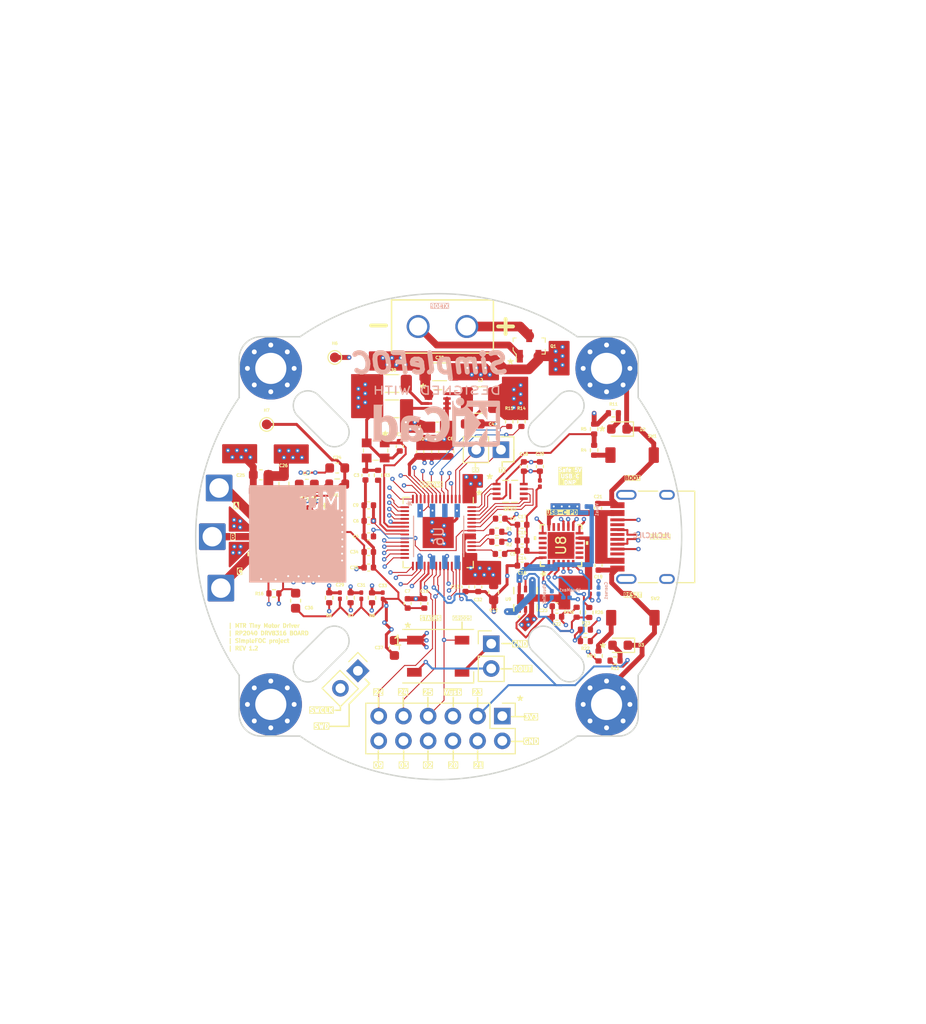
<source format=kicad_pcb>
(kicad_pcb (version 20221018) (generator pcbnew)
  (layers (0 "F.Cu" signal) (1 "In1.Cu" power) (2 "In2.Cu" signal) (3 "In3.Cu" signal) (4 "In4.Cu" power) (31 "B.Cu" signal) (34 "B.Paste" user) (35 "F.Paste" user) (36 "B.SilkS" user "B.Silkscreen") (37 "F.SilkS" user "F.Silkscreen") (38 "B.Mask" user) (39 "F.Mask" user) (44 "Edge.Cuts" user))
  (net 0 "")
  (net 1 "+1V1")
  (net 2 "XIN")
  (net 3 "3V3_BUCK")
  (net 4 "DRV_BUCK_OUT")
  (net 5 "/CP")
  (net 6 "Current_A")
  (net 7 "Current_B")
  (net 8 "Current_C")
  (net 9 "VREF")
  (net 10 "DOUT")
  (net 11 "GPIO25")
  (net 12 "OUTA")
  (net 13 "OUTB")
  (net 14 "OUTC")
  (net 15 "USB_D+")
  (net 16 "USB_D-")
  (net 17 "GPIO24")
  (net 18 "GPIO22")
  (net 19 "GPIO9")
  (net 20 "GPIO3")
  (net 21 "GPIO2")
  (net 22 "GPIO20")
  (net 23 "GPIO21")
  (net 24 "SWD")
  (net 25 "SWCLK")
  (net 26 "UART_TX")
  (net 27 "UART_RX")
  (net 28 "/VM")
  (net 29 "XOUT")
  (net 30 "Net-(R4-Pad1)")
  (net 31 "QSPI_SS")
  (net 32 "Net-(R9-Pad1)")
  (net 33 "RUN")
  (net 34 "/SW_BK")
  (net 35 "nFAULT")
  (net 36 "I2C_SDA")
  (net 37 "I2C_SCL")
  (net 38 "nSLEEP")
  (net 39 "DRVOFF")
  (net 40 "INLC")
  (net 41 "INHC")
  (net 42 "INLB")
  (net 43 "INHB")
  (net 44 "INLA")
  (net 45 "INHA")
  (net 46 "SPI_MISO")
  (net 47 "SPI_SS")
  (net 48 "SPI_SCK")
  (net 49 "SPI_MOSI")
  (net 50 "QSPI_SD3")
  (net 51 "QSPI_CLK")
  (net 52 "QSPI_SD0")
  (net 53 "QSPI_SD2")
  (net 54 "QSPI_SD1")
  (net 55 "PWM_Out")
  (net 56 "DIR_Pin")
  (net 57 "Net-(Y1-CRYSTAL_2)")
  (net 58 "Net-(U5-CPH)")
  (net 59 "Net-(U5-CPL)")
  (net 60 "Net-(U7-VCC)")
  (net 61 "GPIO23")
  (net 62 "Net-(D2-A)")
  (net 63 "Net-(D3-A)")
  (net 66 "Net-(U7-LX)")
  (net 67 "Net-(U1-GPIO26_ADC0)")
  (net 68 "Net-(U1-GPIO27_ADC1)")
  (net 69 "Net-(U1-GPIO28_ADC2)")
  (net 70 "+VBUS_OUT")
  (net 75 "VBUS_MIN")
  (net 76 "ISNK_FINE")
  (net 80 "ALIM")
  (net 81 "+VBUS_FET_EN")
  (net 88 "VDDD")
  (net 89 "VCCD")
  (net 91 "GATE")
  (net 92 "SAFE_PWR_EN")
  (net 93 "SOURCE")
  (net 95 "/CC1")
  (net 96 "/CC2")
  (net 97 "GND")
  (net 98 "ISNK_COARSE")
  (net 99 "VBUS_MAX")
  (net 100 "+VBUS")
  (net 101 "DRAIN_1")
  (net 102 "/D+")
  (net 103 "/D-")
  (footprint "Resistor_SMD:R_0402_1005Metric" (layer "F.Cu") (at 121.425 112.275 -90)
    (fp_text reference "R9")
    (fp_text value "1k")
  )
  (footprint "Resistor_SMD:R_0402_1005Metric" (layer "F.Cu") (at 98.775 93.725 -90)
    (fp_text reference "R3")
    (fp_text value "1k")
  )
  (footprint "Capacitor_SMD:C_1206_3216Metric" (layer "F.Cu") (at 100.2 84.3 180)
    (fp_text reference "C39")
    (fp_text value "1uF 50V")
  )
  (footprint "Capacitor_SMD:C_0201_0603Metric" (layer "F.Cu") (at 99.25 106.09 -90)
    (fp_text reference "C33")
    (fp_text value "30pF")
  )
  (footprint "Capacitor_SMD:C_0402_1005Metric" (layer "F.Cu") (at 97.82 98.40375)
    (fp_text reference "C6")
    (fp_text value "100n")
  )
  (footprint "Capacitor_SMD:C_0603_1608Metric" (layer "F.Cu") (at 90.3 106.6 90)
    (fp_text reference "C36")
    (fp_text value "2u2F")
  )
  (footprint "TestPoint:TestPoint_Pad_D1.0mm" (layer "F.Cu") (at 94.325 81.625)
    (fp_text reference "H6")
    (fp_text value "Test_point_buck")
  )
  (footprint "Capacitor_SMD:C_0603_1608Metric" (layer "F.Cu") (at 86.725 95.325 180)
    (fp_text reference "C28")
    (fp_text value "100nF")
  )
  (footprint "Capacitor_SMD:C_0603_1608Metric" (layer "F.Cu") (at 91.45 94.65)
    (fp_text reference "C27")
    (fp_text value "47nF")
  )
  (footprint "PinHeader:PinHeader_1x02_P2.54mm_Vertical" (layer "F.Cu") (at 110.4 111.025)
    (fp_text reference "J5")
    (fp_text value "LED OUT")
  )
  (footprint "Inductor_SMD:L_1210_3225Metric" (layer "F.Cu") (at 109.3 86)
    (fp_text reference "L2")
    (fp_text value "33uH")
  )
  (footprint "Personal:Motor_Wire_Solder_Pad" (layer "F.Cu") (at 82.62 105.31 90)
    (fp_text reference "H12")
    (fp_text value "OUTC")
  )
  (footprint "Resistor_SMD:R_0402_1005Metric" (layer "F.Cu") (at 120.075 110.75 180)
    (fp_text reference "R22")
    (fp_text value "1k")
  )
  (footprint "Capacitor_SMD:C_0603_1608Metric" (layer "F.Cu") (at 104.85 88.775)
    (fp_text reference "C41")
    (fp_text value "22uF 10v")
  )
  (footprint "Capacitor_SMD:C_0402_1005Metric" (layer "F.Cu") (at 97.82 101.60125)
    (fp_text reference "C34")
    (fp_text value "100nF")
  )
  (footprint "Resistor_SMD:R_0402_1005Metric" (layer "F.Cu") (at 120.075 109.575)
    (fp_text reference "R23")
    (fp_text value "5.1k")
  )
  (footprint "Capacitor_SMD:C_1206_3216Metric" (layer "F.Cu") (at 105.1 83.1)
    (fp_text reference "C38")
    (fp_text value "1uF 50V")
  )
  (footprint "Resistor_SMD:R_0402_1005Metric" (layer "F.Cu") (at 123.125 112.75 180)
    (fp_text reference "R12")
    (fp_text value "820R")
  )
  (footprint "Capacitor_SMD:C_0402_1005Metric" (layer "F.Cu") (at 97.82 103.2 180)
    (fp_text reference "C35")
    (fp_text value "100nF")
  )
  (footprint "Capacitor_SMD:C_1206_3216Metric" (layer "F.Cu") (at 100.2 86.9 180)
    (fp_text reference "C40")
    (fp_text value "10uF 10V")
  )
  (footprint "LED_SMD:LED_0603_1608Metric" (layer "F.Cu") (at 123.65 111.175 180)
    (fp_text reference "D3")
    (fp_text value "LED")
  )
  (footprint "Capacitor_SMD:C_0402_1005Metric" (layer "F.Cu") (at 109.065 105.18 -90)
    (fp_text reference "C32")
    (fp_text value "10uF")
  )
  (footprint "Resistor_SMD:R_0402_1005Metric" (layer "F.Cu") (at 98.15 106.3 -90)
    (fp_text reference "R8")
    (fp_text value "1k")
  )
  (footprint "MountingHole:MountingHole_3.2mm_M3_Pad_Via" (layer "F.Cu") (at 122.25 117.25)
    (fp_text reference "H1")
    (fp_text value "MountingHole_Pad")
  )
  (footprint "Capacitor_SMD:C_0402_1005Metric" (layer "F.Cu") (at 101 90.75 90)
    (fp_text reference "C2")
    (fp_text value "18p")
  )
  (footprint "MountingHole:MountingHole_3.2mm_M3_Pad_Via" (layer "F.Cu") (at 122.25 82.75)
    (fp_text reference "H3")
    (fp_text value "MountingHole_Pad")
  )
  (footprint "Resistor_SMD:R_0402_1005Metric" (layer "F.Cu") (at 110.975 99.525 180)
    (fp_text reference "R1")
    (fp_text value "27R")
  )
  (footprint "Resistor_SMD:R_0402_1005Metric" (layer "F.Cu") (at 122.95 87.35 180)
    (fp_text reference "R11")
    (fp_text value "470R")
  )
  (footprint "MountingHole:MountingHole_3.2mm_M3_Pad_Via" (layer "F.Cu") (at 87.75 82.75)
    (fp_text reference "H8")
    (fp_text value "MountingHole_Pad")
  )
  (footprint "Resistor_SMD:R_0603_1608Metric" (layer "F.Cu") (at 94.575 94.625)
    (fp_text reference "R13")
    (fp_text value "22R")
  )
  (footprint "MountingHole:MountingHole_3.2mm_M3_Pad_Via" (layer "F.Cu") (at 87.75 117.25)
    (fp_text reference "H9")
    (fp_text value "MountingHole_Pad")
  )
  (footprint "Capacitor_SMD:C_0402_1005Metric" (layer "F.Cu") (at 111.325 98.175 180)
    (fp_text reference "C1")
    (fp_text value "100n")
  )
  (footprint "footprints:CONN_XT30UPB-M_AMA" (layer "F.Cu") (at 107.89 78.45 180)
    (fp_text reference "J6")
    (fp_text value "XT30PB")
  )
  (footprint "Capacitor_SMD:C_0201_0603Metric" (layer "F.Cu") (at 94.85 106.09 -90)
    (fp_text reference "C29")
    (fp_text value "30pF")
  )
  (footprint "Capacitor_SMD:C_0402_1005Metric" (layer "F.Cu") (at 103.525 106.88 90)
    (fp_text reference "C10")
    (fp_text value "100n")
  )
  (footprint "Capacitor_SMD:C_0201_0603Metric" (layer "F.Cu") (at 97.05 106.09 -90)
    (fp_text reference "C31")
    (fp_text value "30pF")
  )
  (footprint "Capacitor_SMD:C_0402_1005Metric" (layer "F.Cu") (at 121.375 97.1 -90)
    (fp_text reference "C21")
    (fp_text value "100nF")
  )
  (footprint "Connector_USB:USB_C_Receptacle_HRO_TYPE-C-31-M-12" (layer "F.Cu") (at 127.41 100.05 90)
    (fp_text reference "J1")
    (fp_text value "USB_C_Receptacle_USB2.0")
  )
  (footprint "Resistor_SMD:R_0402_1005Metric" (layer "F.Cu") (at 110.975 100.55)
    (fp_text reference "R2")
    (fp_text value "27R")
  )
  (footprint "Capacitor_SMD:C_0402_1005Metric" (layer "F.Cu") (at 113.575 100.425 180)
    (fp_text reference "C15")
    (fp_text value "100nF")
  )
  (footprint "LED_SMD:LED_WS2812B_PLCC4_5.0x5.0mm_P3.2mm" (layer "F.Cu") (at 104.95 112.3)
    (fp_text reference "D1")
    (fp_text value "WS2812B")
  )
  (footprint "Capacitor_SMD:C_0402_1005Metric" (layer "F.Cu") (at 106.19 91.3 -90)
    (fp_text reference "C8")
    (fp_text value "100n")
  )
  (footprint "Capacitor_SMD:C_0603_1608Metric" (layer "F.Cu") (at 110.65 105.75 90)
    (fp_text reference "C12")
    (fp_text value "1u")
  )
  (footprint "Capacitor_SMD:C_0402_1005Metric" (layer "F.Cu") (at 113.575 98.8 180)
    (fp_text reference "C17")
    (fp_text value "100nF")
  )
  (footprint "Resistor_SMD:R_0402_1005Metric" (layer "F.Cu") (at 120.475 107.81 -90)
    (fp_text reference "R26")
    (fp_text value "2k2")
  )
  (footprint "Capacitor_SMD:C_0603_1608Metric" (layer "F.Cu") (at 100.45 111.45 -90)
    (fp_text reference "C37")
    (fp_text value "100nF")
  )
  (footprint "SamacSys_Parts:8Z12000MAAJT" (layer "F.Cu") (at 98.525 91.175 180)
    (fp_text reference "Y1")
    (fp_text value "8Z-12.000MAAJ-T" hide)
  )
  (footprint "Capacitor_SMD:C_0402_1005Metric" (layer "F.Cu") (at 121.425 102.975 90)
    (fp_text reference "C19")
    (fp_text value "4.7uF")
  )
  (footprint "Capacitor_SMD:C_0603_1608Metric" (layer "F.Cu") (at 86.725 93.675 180)
    (fp_text reference "C25")
    (fp_text value "100nF")
  )
  (footprint "Resistor_SMD:R_0201_0603Metric" (layer "F.Cu") (at 115.4 94.575 -90)
    (fp_text reference "3v3ToVddd1")
    (fp_text value "3V3toVddJumper")
  )
  (footprint "digikey-footprints:SOT-23-3" (layer "F.Cu") (at 114.3 80.45 90)
    (fp_text reference "Q1")
    (fp_text value "AO3401A")
  )
  (footprint "Capacitor_SMD:C_0603_1608Metric" (layer "F.Cu") (at 89.1 94.575 90)
    (fp_text reference "C26")
    (fp_text value "1uF")
  )
  (footprint "Capacitor_SMD:C_0402_1005Metric" (layer "F.Cu") (at 101.8125 106.88 90)
    (fp_text reference "C7")
    (fp_text value "100n")
  )
  (footprint "Capacitor_SMD:C_0603_1608Metric" (layer "F.Cu") (at 94.575 92.975)
    (fp_text reference "C24")
    (fp_text value "22uF")
  )
  (footprint "Capacitor_SMD:C_0402_1005Metric" (layer "F.Cu") (at 117.15 107.175 180)
    (fp_text reference "C23")
    (fp_text value "DNF")
  )
  (footprint "Capacitor_SMD:C_0402_1005Metric" (layer "F.Cu") (at 97.475 93.725 -90)
    (fp_text reference "C3")
    (fp_text value "18p")
  )
  (footprint "PinHeader:PinHeader_1x02_P2.54mm_Vertical" (layer "F.Cu") (at 96.7 113.8 -45)
    (fp_text reference "J3")
    (fp_text value "LED OUT")
  )
  (footprint "Capacitor_SMD:C_0402_1005Metric" (layer "F.Cu") (at 117.15 108.25 180)
    (fp_text reference "C22")
    (fp_text value "4.7uF")
  )
  (footprint "Package_DFN_QFN:QFN-56-1EP_7x7mm_P0.4mm_EP3.2x3.2mm" (layer "F.Cu") (at 104.95 99.6 -90)
    (fp_text reference "U1")
    (fp_text value "RP2040")
  )
  (footprint "footprints:MOSFET_T1-GE3_VIS" (layer "F.Cu") (at 113.925 106.45 90)
    (fp_text reference "U9")
    (fp_text value "SIA931DJ-T1-GE3")
  )
  (footprint "PinHeader:PinHeader_2x06_P2.54mm_Vertical" (layer "F.Cu") (at 111.54 118.45 -90)
    (fp_text reference "J2")
    (fp_text value "68021-412HLF")
  )
  (footprint "Resistor_SMD:R_0402_1005Metric" (layer "F.Cu") (at 88.07 105.85 180)
    (fp_text reference "R16")
    (fp_text value "5.1k")
  )
  (footprint "TestPoint:TestPoint_Pad_D1.0mm" (layer "F.Cu") (at 87.325 88.5)
    (fp_text reference "H7")
    (fp_text value "Test_point_DRV_buck")
  )
  (footprint "Resistor_SMD:R_0402_1005Metric" (layer "F.Cu") (at 93.75 106.3 -90)
    (fp_text reference "R6")
    (fp_text value "1k")
  )
  (footprint "Personal:Motor_Wire_Solder_Pad" (layer "F.Cu") (at 81.74 100.03 90)
    (fp_text reference "H11")
    (fp_text value "OUTB")
  )
  (footprint "Resistor_SMD:R_0402_1005Metric" (layer "F.Cu") (at 120.975 88.975 90)
    (fp_text reference "R5")
    (fp_text value "DNF")
  )
  (footprint "Button_Switch_additional:TVAF06-A020B-R" (layer "F.Cu") (at 124.875 91.65 90)
    (fp_text reference "SW1")
    (fp_text value "Boot")
  )
  (footprint "Personal:Motor_Wire_Solder_Pad" (layer "F.Cu") (at 82.44 95.03 90)
    (fp_text reference "H10")
    (fp_text value "OUTA")
  )
  (footprint "Capacitor_SMD:C_0603_1608Metric" (layer "F.Cu") (at 108.5 88.45)
    (fp_text reference "C42")
    (fp_text value "22uF 10v")
  )
  (footprint "Resistor_SMD:R_0402_1005Metric" (layer "F.Cu") (at 113.5 88.2 -90)
    (fp_text reference "R14")
    (fp_text value "4.7k")
  )
  (footprint "Resistor_SMD:R_0402_1005Metric" (layer "F.Cu") (at 120.975 91.15 90)
    (fp_text reference "R4")
    (fp_text value "1k")
  )
  (footprint "Capacitor_SMD:C_0402_1005Metric" (layer "F.Cu") (at 113.575 101.475 180)
    (fp_text reference "C14")
    (fp_text value "4.7uF")
  )
  (footprint "Resistor_SMD:R_0402_1005Metric" (layer "F.Cu") (at 119.175 107.785 90)
    (fp_text reference "R24")
    (fp_text value "20k")
  )
  (footprint "Personal:DRV8316RQRGFRQ1" (layer "F.Cu") (at 89.76 100.05 -90)
    (fp_text reference "U5")
    (fp_text value "DRV8316RQRGFRQ1")
  )
  (footprint "LED_SMD:LED_0603_1608Metric" (layer "F.Cu") (at 123.525 88.975 180)
    (fp_text reference "D2")
    (fp_text value "Buck ON")
  )
  (footprint "Capacitor_SMD:C_0402_1005Metric" (layer "F.Cu") (at 104.65 91.3 -90)
    (fp_text reference "C11")
    (fp_text value "100n")
  )
  (footprint "Resistor_SMD:R_0402_1005Metric" (layer "F.Cu") (at 112.25 88.2 -90)
    (fp_text reference "R15")
    (fp_text value "4.7k")
  )
  (footprint "Resistor_SMD:R_0402_1005Metric" (layer "F.Cu") (at 95.95 106.3 -90)
    (fp_text reference "R7")
    (fp_text value "1k")
  )
  (footprint "PinHeader:PinHeader_1x02_P2.54mm_Vertical" (layer "F.Cu") (at 111.4 91.1 -90)
    (fp_text reference "J4")
    (fp_text value "UART")
  )
  (footprint "footprints:21-0487_T822CN&plus_1_MXM" (layer "F.Cu") (at 104.9 86.1)
    (fp_text reference "U7")
    (fp_text value "MAX15462AATA+T")
  )
  (footprint "Capacitor_SMD:C_0402_1005Metric" (layer "F.Cu") (at 113.75 92.825 -90)
    (fp_text reference "C18")
    (fp_text value "2u2")
  )
  (footprint "Capacitor_SMD:C_0402_1005Metric" (layer "F.Cu") (at 113.575 103 180)
    (fp_text reference "C16")
    (fp_text value "4.7uF")
  )
  (footprint "footprints:CYPD3177-24LQXQT_CYP" (layer "F.Cu") (at 117.575 100.925 90)
    (fp_text reference "U8")
    (fp_text value "CYPD3177-24LQXQT")
  )
  (footprint "Resistor_SMD:R_0201_0603Metric" (layer "F.Cu") (at 120.55 105.57 -90)
    (fp_text reference "JP8")
    (fp_text value "+VBUS_OUT")
  )
  (footprint "Personal:W25Q16JVUXIQ" (layer "F.Cu") (at 112.345999 95.375001)
    (fp_text reference "U2")
    (fp_text value "W25Q16JVUXIQ" hide)
  )
  (footprint "Capacitor_SMD:C_0402_1005Metric" (layer "F.Cu") (at 103.11 91.3 90)
    (fp_text reference "C30")
    (fp_text value "100nF")
  )
  (footprint "Capacitor_SMD:C_0402_1005Metric" (layer "F.Cu") (at 97.82 96.805)
    (fp_text reference "C9")
    (fp_text value "100n")
  )
  (footprint "Button_Switch_additional:TVAF06-A020B-R" (layer "F.Cu") (at 124.95 108.35 90)
    (fp_text reference "SW2")
    (fp_text value "Reset")
  )
  (footprint "Capacitor_SMD:C_0402_1005Metric" (layer "F.Cu") (at 115.4 92.825 -90)
    (fp_text reference "C20")
    (fp_text value "100n")
  )
  (footprint "Library:KiCad" (layer "F.Cu") (at 105.225 88.225)
    (fp_text reference "REF**" hide)
    (fp_text value "LOGO" hide)
  )
  (footprint "Capacitor_SMD:C_0402_1005Metric" (layer "F.Cu") (at 107.75 105.18 90)
    (fp_text reference "C13")
    (fp_text value "100n")
  )
  (footprint "Capacitor_SMD:C_0402_1005Metric" (layer "F.Cu") (at 111.3 101.8 180)
    (fp_text reference "C5")
    (fp_text value "1u")
  )
  (footprint "Capacitor_SMD:C_0402_1005Metric" (layer "F.Cu") (at 97.82 100.0025)
    (fp_text reference "C4")
    (fp_text value "100n")
  )
  (footprint "Resistor_SMD:R_0201_0603Metric" (layer "B.Cu") (at 116.625 105.95 90)
    (fp_text reference "VbusMin1")
    (fp_text value "VbusMin")
  )
  (footprint "logoMTR" (layer "B.Cu") (at 90.525 99.725 180)
    (fp_text reference "G***")
    (fp_text value "LOGO" hide)
  )
  (footprint "Resistor_SMD:R_0201_0603Metric" (layer "B.Cu") (at 121.425 105.575 90)
    (fp_text reference "Coarse1")
    (fp_text value "CurrentSelect")
  )
  (footprint "Resistor_SMD:R_0201_0603Metric" (layer "B.Cu") (at 120.2 97.25 90)
    (fp_text reference "Vbus1")
    (fp_text value "VbusJumper")
  )
  (footprint "Resistor_SMD:R_0201_0603Metric" (layer "B.Cu") (at 118.13 106.275 180)
    (fp_text reference "VbusMax1")
    (fp_text value "VbusMax")
  )
  (footprint "Personal:AS5600L-ASOM" (layer "B.Cu") (at 105 100 -90)
    (fp_text reference "U6")
    (fp_text value "AS5600L-ASOM" hide)
  )
  (gr_poly (pts (xy 116.425 98.775) (xy 116.225 98.775) (xy 116.225 97.4) (xy 121.375 97.4) (xy 121.375 97.8) (xy 116.425 97.8)) (stroke (width 0.2)) (fill solid) (layer "F.Cu"))
  (gr_poly (pts (xy 119.425 100.1) (xy 120.675 100.1) (xy 120.675 104.325) (xy 120.675 105.375) (xy 120.275 105.375) (xy 118.425 105.375) (xy 118.425 107.4) (xy 117.425 107.4) (xy 117.425 104.7) (xy 117.425 104.125) (xy 120.125 104.125) (xy 120.125 100.25) (xy 119.425 100.25)) (stroke (width 0.2)) (fill solid) (layer "F.Cu"))
  (gr_poly (pts (xy 121.175 97.4) (xy 121.175 102.7) (xy 122.95 102.7) (xy 122.95 102.3) (xy 122.25 102.3) (xy 122.25 97.8) (xy 122.95 97.8) (xy 122.95 97.4)) (stroke (width 0.2)) (fill solid) (layer "F.Cu"))
  (gr_poly (pts (xy 106.4 82.35) (xy 109.925 82.35) (xy 111.1 83.475) (xy 111.1 83.875) (xy 106.4 83.875)) (stroke (width 0.2)) (fill solid) (layer "F.Cu"))
  (gr_poly (pts (xy 83.525 99.412788) (xy 85.675 99.412788) (xy 85.675 99.037788) (xy 83.525 97.012788)) (stroke (width 0.2)) (fill solid) (layer "F.Cu"))
  (gr_poly (pts (xy 108.865916 101.8) (xy 108.865916 102.6) (xy 111.315916 102.625) (xy 111.315916 104.85) (xy 107.515916 104.875) (xy 107.515916 101.8)) (stroke (width 0.2)) (fill solid) (layer "F.Cu"))
  (gr_rect (start 107.55 94.85) (end 108.8 96.5) (stroke (width 0.2)) (fill solid) (layer "F.Cu"))
  (gr_poly (pts (xy 97.925 81.1) (xy 97.925657 82.875) (xy 103.125 82.875) (xy 103.125 83.9) (xy 104.1 83.9) (xy 104.1 82.225) (xy 104.1 81.1)) (stroke (width 0.2)) (fill solid) (layer "F.Cu"))
  (gr_poly (pts (xy 86.025 100.775) (xy 86.025 100.825) (xy 85.575 100.825) (xy 85.575 100.775)) (stroke (width 0.2)) (fill solid) (layer "F.Cu"))
  (gr_poly (pts (xy 116.4 80.025) (xy 116.400657 83.375) (xy 118.35 83.375) (xy 118.35 81.5) (xy 118.35 81.15) (xy 118.35 80.025)) (stroke (width 0.2)) (fill solid) (layer "F.Cu"))
  (gr_poly (pts (xy 102.8 91.05) (xy 106.425 91.05) (xy 106.425 88.225) (xy 105.225 88.225) (xy 105.225 89.675) (xy 102.8 89.675)) (stroke (width 0.2)) (fill solid) (layer "F.Cu"))
  (gr_poly (pts (xy 83.525 100.65) (xy 85.675 100.65) (xy 85.675 100.975) (xy 83.525 103.075)) (stroke (width 0.2)) (fill solid) (layer "F.Cu"))
  (gr_poly (pts (xy 82.85 90.625) (xy 82.85 92.4) (xy 86.25 92.4) (xy 86.25 90.625)) (stroke (width 0.2)) (fill solid) (layer "F.Cu"))
  (gr_rect (start 107.55 93.7) (end 109.45 94.9) (stroke (width 0.2)) (fill solid) (layer "F.Cu"))
  (gr_poly (pts (xy 102.275 86.011679) (xy 102.275 87.811679) (xy 103.65 88.311679) (xy 104.55 88.311679) (xy 104.55 89.261679) (xy 101.125 89.261679) (xy 101.125 86.011679)) (stroke (width 0.2)) (fill solid) (layer "F.Cu"))
  (gr_poly (pts (xy 108.725 99.8) (xy 108.725 100.2) (xy 107.6 100.2) (xy 107.6 101.85) (xy 107.525 101.85) (xy 107.525 99.8)) (stroke (width 0.2)) (fill solid) (layer "F.Cu"))
  (gr_poly (pts (xy 114.4 106.05) (xy 117.55 106.05) (xy 117.55 106.6) (xy 114.7 106.6) (xy 114.7 107.8) (xy 114.4 107.8)) (stroke (width 0.2)) (fill solid) (layer "F.Cu"))
  (gr_poly (pts (xy 86.05 99.275) (xy 86.05 99.325) (xy 85.6 99.325) (xy 85.6 99.275)) (stroke (width 0.2)) (fill solid) (layer "F.Cu"))
  (gr_poly (pts (xy 114.395173 107.745355) (xy 114.395173 107.920355) (xy 113.295173 109.045355) (xy 113.895173 109.645355) (xy 115.070173 108.445355) (xy 114.695173 108.020355) (xy 114.695173 107.745355)) (stroke (width 0.2)) (fill solid) (layer "F.Cu"))
  (gr_poly (pts (xy 88.15 90.65) (xy 88.15 92.425) (xy 91.55 92.425) (xy 91.55 90.65)) (stroke (width 0.2)) (fill solid) (layer "F.Cu"))
  (gr_poly (pts (xy 110.575 84.875) (xy 110.575 86.975) (xy 111.8 87.95) (xy 114.1 87.95) (xy 114.1 83.7) (xy 111.6 83.7) (xy 111.6 84.325)) (stroke (width 0.2)) (fill solid) (layer "F.Cu"))
  (gr_rect (start 116.6 96.7) (end 119.45 97.525) (stroke (width 0.2)) (fill solid) (layer "F.Cu"))
  (gr_rect (start 96.1 83.4375) (end 99.2 87.7625) (stroke (width 0.2)) (fill solid) (layer "F.Cu"))
  (gr_poly (pts (xy 113.1 104.65) (xy 113.5 104.65) (xy 113.5 103.975) (xy 113.975 103.45) (xy 117.125 103.45) (xy 117.125 103.025) (xy 120.775 103.025) (xy 120.775 96.8) (xy 120.1 96.8) (xy 120.1 97.075) (xy 120.6 97.075) (xy 120.6 102.75) (xy 116.9 102.75) (xy 116.9 103.25) (xy 113.675 103.25) (xy 113.1 103.875)) (stroke (width 0.2)) (fill solid) (layer "B.Cu"))
  (gr_rect (start 119.2125 97.425) (end 120.2875 97.7) (stroke (width 0.2)) (fill solid) (layer "B.Cu"))
  (gr_rect (start 116.6 96.7) (end 119.45 97.7) (stroke (width 0.2)) (fill solid) (layer "B.Cu"))
  (gr_line (start 95.8 119.5) (end 95.8 117.2) (stroke (width 0.15)) (layer "F.SilkS"))
  (gr_line (start 98.8 122.025) (end 98.8 122.975) (stroke (width 0.15)) (layer "F.SilkS"))
  (gr_line locked (start 108.775 92.825) (end 108.775 92.45) (stroke (width 0.15)) (layer "F.SilkS"))
  (gr_line locked (start 112.73 92.34) (end 112.73 91.1) (stroke (width 0.15)) (layer "F.SilkS"))
  (gr_line (start 95.8 117.2) (end 97.9 115.1) (stroke (width 0.15)) (layer "F.SilkS"))
  (gr_line (start 112.5 113.595) (end 111.4 113.595) (stroke (width 0.15)) (layer "F.SilkS"))
  (gr_line (start 113.7 118.5) (end 112.5 118.5) (stroke (width 0.15)) (layer "F.SilkS"))
  (gr_line (start 113.65 121.05) (end 112.5 121.05) (stroke (width 0.15)) (layer "F.SilkS"))
  (gr_line (start 94.9 117.85) (end 94.903949 117.476955) (stroke (width 0.15)) (layer "F.SilkS"))
  (gr_line locked (start 111.525 92.8) (end 111.525 92.34) (stroke (width 0.15)) (layer "F.SilkS"))
  (gr_line (start 97.9 115.1) (end 97.45 114.65) (stroke (width 0.15)) (layer "F.SilkS"))
  (gr_line (start 103.9 122.025) (end 103.9 122.975) (stroke (width 0.15)) (layer "F.SilkS"))
  (gr_line (start 106.5 122.025) (end 106.5 122.975) (stroke (width 0.15)) (layer "F.SilkS"))
  (gr_line (start 106.5 116.525) (end 106.5 117.475) (stroke (width 0.15)) (layer "F.SilkS"))
  (gr_line (start 109 122.025) (end 109 122.975) (stroke (width 0.15)) (layer "F.SilkS"))
  (gr_line (start 109 116.55) (end 109 117.5) (stroke (width 0.15)) (layer "F.SilkS"))
  (gr_line (start 112.45 111) (end 111.5 111) (stroke (width 0.15)) (layer "F.SilkS"))
  (gr_line (start 94.35 117.85) (end 94.9 117.85) (stroke (width 0.15)) (layer "F.SilkS"))
  (gr_line (start 101.4 122.025) (end 101.4 122.975) (stroke (width 0.15)) (layer "F.SilkS"))
  (gr_line (start 101.35 116.525) (end 101.35 117.475) (stroke (width 0.15)) (layer "F.SilkS"))
  (gr_line (start 107.4 108.8) (end 107.4 109.55) (stroke (width 0.15)) (layer "F.SilkS"))
  (gr_line locked (start 112.73 92.34) (end 111.525 92.34) (stroke (width 0.15)) (layer "F.SilkS"))
  (gr_line (start 98.8 116.525) (end 98.8 117.475) (stroke (width 0.15)) (layer "F.SilkS"))
  (gr_line (start 93.85 119.5) (end 95.8 119.5) (stroke (width 0.15)) (layer "F.SilkS"))
  (gr_line (start 103.89 116.525) (end 103.89 117.475) (stroke (width 0.15)) (layer "F.SilkS"))
  (gr_arc locked (start 125.5 85.75) (mid 129.966227 100) (end 125.5 114.25) (stroke (width 0.15)) (layer "Edge.Cuts"))
  (gr_arc locked (start 90.750001 79.500001) (mid 105 75.078092) (end 119.249999 79.500001) (stroke (width 0.15)) (layer "Edge.Cuts"))
  (gr_arc locked (start 84.5 114.25) (mid 80.033773 100) (end 84.5 85.75) (stroke (width 0.15)) (layer "Edge.Cuts"))
  (gr_line locked (start 123.5 120.5) (end 119.25 120.5) (stroke (width 0.15)) (layer "Edge.Cuts"))
  (gr_line locked (start 125.5 81.75) (end 125.5 85.75) (stroke (width 0.15)) (layer "Edge.Cuts"))
  (gr_arc locked (start 95.4 88.27) (mid 95.353171 90.358723) (end 93.264233 90.394672) (stroke (width 0.15)) (layer "Edge.Cuts"))
  (gr_line locked (start 119.46575 87.655461) (end 116.789999 90.339999) (stroke (width 0.15)) (layer "Edge.Cuts"))
  (gr_line locked (start 84.5 118.25) (end 84.5 114.25) (stroke (width 0.15)) (layer "Edge.Cuts"))
  (gr_arc locked (start 125.5 118.5) (mid 124.914214 119.914214) (end 123.5 120.5) (stroke (width 0.15)) (layer "Edge.Cuts"))
  (gr_arc locked (start 114.69 111.81) (mid 114.661981 109.657439) (end 116.814657 109.67443) (stroke (width 0.15)) (layer "Edge.Cuts"))
  (gr_line locked (start 119.45 112.32) (end 116.814657 109.67443) (stroke (width 0.15)) (layer "Edge.Cuts"))
  (gr_arc locked (start 119.25 120.5) (mid 105 124.966227) (end 90.75 120.5) (stroke (width 0.15)) (layer "Edge.Cuts"))
  (gr_line locked (start 114.69 111.81) (end 117.325986 114.43557) (stroke (width 0.15)) (layer "Edge.Cuts"))
  (gr_arc locked (start 116.789999 90.339999) (mid 114.644895 90.355105) (end 114.660001 88.210001) (stroke (width 0.15)) (layer "Edge.Cuts"))
  (gr_line locked (start 86.75 79.5) (end 90.75 79.5) (stroke (width 0.15)) (layer "Edge.Cuts"))
  (gr_line locked (start 90.54 87.66) (end 93.264233 90.394672) (stroke (width 0.15)) (layer "Edge.Cuts"))
  (gr_arc locked (start 123.25 79.5) (mid 124.84099 80.15901) (end 125.5 81.75) (stroke (width 0.15)) (layer "Edge.Cuts"))
  (gr_arc locked (start 119.45 112.32) (mid 119.499063 114.49329) (end 117.325986 114.43557) (stroke (width 0.15)) (layer "Edge.Cuts"))
  (gr_line locked (start 92.679999 114.45) (end 95.319772 111.819759) (stroke (width 0.15)) (layer "Edge.Cuts"))
  (gr_arc locked (start 117.33 85.55) (mid 119.493573 85.49127) (end 119.46575 87.655461) (stroke (width 0.15)) (layer "Edge.Cuts"))
  (gr_line locked (start 123.25 79.5) (end 119.25 79.5) (stroke (width 0.15)) (layer "Edge.Cuts"))
  (gr_line locked (start 114.660001 88.210001) (end 117.33 85.55) (stroke (width 0.15)) (layer "Edge.Cuts"))
  (gr_arc locked (start 84.5 81.75) (mid 85.15901 80.15901) (end 86.75 79.5) (stroke (width 0.15)) (layer "Edge.Cuts"))
  (gr_line locked (start 92.674638 85.534976) (end 95.4 88.27) (stroke (width 0.15)) (layer "Edge.Cuts"))
  (gr_arc locked (start 86.75 120.5) (mid 85.15901 119.84099) (end 84.5 118.25) (stroke (width 0.15)) (layer "Edge.Cuts"))
  (gr_arc locked (start 90.54 87.66) (mid 90.506833 85.492023) (end 92.674638 85.534976) (stroke (width 0.15)) (layer "Edge.Cuts"))
  (gr_line locked (start 90.56 112.305014) (end 93.190001 109.670001) (stroke (width 0.15)) (layer "Edge.Cuts"))
  (gr_arc locked (start 92.679999 114.45) (mid 90.489609 114.494729) (end 90.56 112.305014) (stroke (width 0.15)) (layer "Edge.Cuts"))
  (gr_line locked (start 86.75 120.5) (end 90.75 120.5) (stroke (width 0.15)) (layer "Edge.Cuts"))
  (gr_line locked (start 84.5 81.75) (end 84.5 85.75) (stroke (width 0.15)) (layer "Edge.Cuts"))
  (gr_line locked (start 125.5 118.5) (end 125.5 114.25) (stroke (width 0.15)) (layer "Edge.Cuts"))
  (gr_arc locked (start 93.190001 109.670001) (mid 95.355172 109.654824) (end 95.319772 111.819759) (stroke (width 0.15)) (layer "Edge.Cuts"))
  (gr_text "JLCJLCJLC" (at 126.9 99.9) (layer "B.SilkS") (effects (font (size 0.5 0.5) (thickness 0.125)) (justify mirror)))
  (gr_text locked "SimpleFOC" (at 112.45 83.4) (layer "B.SilkS") (effects (font (size 2 2) (thickness 0.5) bold italic) (justify left bottom mirror)))
  (gr_text "XT30P" (at 105.1 76.35) (layer "B.SilkS" knockout) (effects (font (size 0.4 0.4) (thickness 0.1)) (justify mirror)))
  (gr_text "24" (at 101.35 116) (layer "F.SilkS" knockout) (effects (font (size 0.5 0.5) (thickness 0.125))))
  (gr_text "STATUS" (at 104.175 108.4) (layer "F.SilkS" knockout) (effects (font (size 0.4 0.4) (thickness 0.1))))
  (gr_text "*" (at 111.9 82.95) (layer "F.SilkS") (effects (font (size 1 1)) (justify left bottom)))
  (gr_text "25" (at 103.9 116) (layer "F.SilkS" knockout) (effects (font (size 0.5 0.5) (thickness 0.125))))
  (gr_text "*" (at 121.325 89.85) (layer "F.SilkS") (effects (font (size 1 1)) (justify left bottom)))
  (gr_text "DOUT" (at 113.6 113.6) (layer "F.SilkS" knockout) (effects (font (size 0.5 0.5) (thickness 0.125))))
  (gr_text "09" (at 98.8 123.5) (layer "F.SilkS" knockout) (effects (font (size 0.5 0.5) (thickness 0.125))))
  (gr_text "USB-C" (at 127.75 100.05) (layer "F.SilkS" knockout) (effects (font (size 0.4 0.4) (thickness 0.125))))
  (gr_text " | REV 1.2" (at 83.025 111.725) (layer "F.SilkS") (effects (font (size 0.4 0.4) (thickness 0.1)) (justify left bottom)))
  (gr_text "*" (at 99.05 90.35) (layer "F.SilkS") (effects (font (size 1 1)) (justify left bottom)))
  (gr_text "22" (at 98.8 116) (layer "F.SilkS" knockout) (effects (font (size 0.5 0.5) (thickness 0.125))))
  (gr_text "| SimpleFOC project" (at 83.325 110.95) (layer "F.SilkS") (effects (font (size 0.4 0.4) (thickness 0.1)) (justify left bottom)))
  (gr_text "02" (at 103.9 123.5) (layer "F.SilkS" knockout) (effects (font (size 0.5 0.5) (thickness 0.125))))
  (gr_text "*" (at 121.4 112.1) (layer "F.SilkS") (effects (font (size 1 1)) (justify left bottom)))
  (gr_text locked "C" (at 84.55 103.6) (layer "F.SilkS" knockout) (effects (font (size 0.5 0.5) (thickness 0.125))))
  (gr_text "*" (at 112.9 117.525) (layer "F.SilkS") (effects (font (size 1 1)) (justify left bottom)))
  (gr_text "RP2040" (at 104.25 94.7) (layer "F.SilkS" knockout) (effects (font (size 0.4 0.4) (thickness 0.125))))
  (gr_text "GPIO25" (at 107.4 108.4) (layer "F.SilkS" knockout) (effects (font (size 0.35 0.35) (thickness 0.125))))
  (gr_text "-" (at 98.825 78.2) (layer "F.SilkS") (effects (font (size 2 2) (thickness 0.4))))
  (gr_text "*" (at 108.675 96.425) (layer "F.SilkS") (effects (font (size 1 1)) (justify left bottom)))
  (gr_text "*" (at 101.35 110.025) (layer "F.SilkS") (effects (font (size 1 1)) (justify left bottom)))
  (gr_text "USB-C PD" (at 117.65 97.55) (layer "F.SilkS" knockout) (effects (font (size 0.4 0.4) (thickness 0.1))))
  (gr_text "23" (at 108.975 116) (layer "F.SilkS" knockout) (effects (font (size 0.5 0.5) (thickness 0.125))))
  (gr_text "RX" (at 108.775 93.2) (layer "F.SilkS" knockout) (effects (font (size 0.35 0.35) (thickness 0.125))))
  (gr_text "FLASH" (at 112.35 97.175) (layer "F.SilkS" knockout) (effects (font (size 0.3 0.3) (thickness 0.1))))
  (gr_text "DRV8316" (at 91.3 96.2) (layer "F.SilkS" knockout) (effects (font (size 0.35 0.35) (thickness 0.125))))
  (gr_text locked "A" (at 84.2 96.85) (layer "F.SilkS" knockout) (effects (font (size 0.5 0.5) (thickness 0.125))))
  (gr_text "| RP2040 DRV8316 BOARD" (at 83.325 110.175) (layer "F.SilkS") (effects (font (size 0.4 0.4) (thickness 0.1)) (justify left bottom)))
  (gr_text "Vusb" (at 106.475 116) (layer "F.SilkS" knockout) (effects (font (size 0.5 0.5) (thickness 0.125))))
  (gr_text "GND" (at 114.5 121.05) (layer "F.SilkS" knockout) (effects (font (size 0.5 0.5) (thickness 0.125))))
  (gr_text "Safe 5V\nUSB C\nDNP" (at 118.5 93.825) (layer "F.SilkS" knockout) (effects (font (size 0.4 0.4) (thickness 0.1))))
  (gr_text "20" (at 106.5 123.5) (layer "F.SilkS" knockout) (effects (font (size 0.5 0.5) (thickness 0.125))))
  (gr_text locked "B" (at 83.85 100.05) (layer "F.SilkS" knockout) (effects (font (size 0.5 0.5) (thickness 0.125))))
  (gr_text "TX" (at 111.525 93.2) (layer "F.SilkS" knockout) (effects (font (size 0.35 0.35) (thickness 0.125))))
  (gr_text "RESET" (at 124.925 106.025) (layer "F.SilkS" knockout) (effects (font (size 0.4 0.4) (thickness 0.125))))
  (gr_text "| MTR Tiny Motor Driver" (at 83.325 109.4) (layer "F.SilkS") (effects (font (size 0.4 0.4) (thickness 0.1)) (justify left bottom)))
  (gr_text "+" (at 111.875 78.3) (layer "F.SilkS") (effects (font (size 2 2) (thickness 0.4))))
  (gr_text "3V3" (at 114.5 118.55) (layer "F.SilkS" knockout) (effects (font (size 0.5 0.5) (thickness 0.125))))
  (gr_text "SWD\n" (at 92.964 119.5) (layer "F.SilkS" knockout) (effects (font (size 0.5 0.5) (thickness 0.125))))
  (gr_text "BOOT" (at 124.9 94.025) (layer "F.SilkS" knockout) (effects (font (size 0.4 0.4) (thickness 0.125))))
  (gr_text "SWCLK" (at 92.964 117.856) (layer "F.SilkS" knockout) (effects (font (size 0.5 0.5) (thickness 0.125))))
  (gr_text "03" (at 101.4 123.5) (layer "F.SilkS" knockout) (effects (font (size 0.5 0.5) (thickness 0.125))))
  (gr_text "21" (at 109.1 123.5) (layer "F.SilkS" knockout) (effects (font (size 0.5 0.5) (thickness 0.125))))
  (gr_text "*" (at 102.925 85.475) (layer "F.SilkS") (effects (font (size 1 1)) (justify left bottom)))
  (gr_text "GND" (at 113.35 111.05) (layer "F.SilkS" knockout) (effects (font (size 0.5 0.5) (thickness 0.125))))
  (segment (start 106.8 101.45) (end 106.8 100.030025) (width 0.1) (layer "F.Cu") (net 1))
  (segment (start 98.3 100.0025) (end 98.3 99.325) (width 0.1) (layer "F.Cu") (net 1))
  (segment (start 109.62 99.4) (end 110.845 98.175) (width 0.1) (layer "F.Cu") (net 1))
  (segment (start 107.430025 99.4) (end 108.3875 99.4) (width 0.1) (layer "F.Cu") (net 1))
  (segment (start 106.8 100.030025) (end 107.430025 99.4) (width 0.1) (layer "F.Cu") (net 1))
  (segment (start 102.6 100.175) (end 102.6 100.95) (width 0.1) (layer "F.Cu") (net 1))
  (segment (start 110.42 101.4) (end 110.82 101.8) (width 0.1) (layer "F.Cu") (net 1))
  (segment (start 102.6 100.95) (end 103.1 101.45) (width 0.1) (layer "F.Cu") (net 1))
  (segment (start 102.6 100.175) (end 101.5375 100.175) (width 0.1) (layer "F.Cu") (net 1))
  (segment (start 103.1 101.45) (end 106.8 101.45) (width 0.1) (layer "F.Cu") (net 1))
  (segment (start 101.5375 100.175) (end 101.5125 100.2) (width 0.1) (layer "F.Cu") (net 1))
  (segment (start 108.3875 99.4) (end 109.62 99.4) (width 0.1) (layer "F.Cu") (net 1))
  (segment (start 108.3875 101.4) (end 110.42 101.4) (width 0.1) (layer "F.Cu") (net 1))
  (via (at 102.6 100.175) (size 0.45) (drill 0.2) (layers "F.Cu" "B.Cu") (net 1))
  (via (at 98.3 99.325) (size 0.45) (drill 0.2) (layers "F.Cu" "B.Cu") (net 1))
  (segment (start 98.996751 99.325) (end 99.846751 100.175) (width 0.1) (layer "B.Cu") (net 1))
  (segment (start 98.3 99.325) (end 98.996751 99.325) (width 0.1) (layer "B.Cu") (net 1))
  (segment (start 99.846751 100.175) (end 102.6 100.175) (width 0.1) (layer "B.Cu") (net 1))
  (segment (start 101.61 90.88) (end 101 90.27) (width 0.2) (layer "F.Cu") (net 2))
  (segment (start 99.45 90.4) (end 100.87 90.4) (width 0.3) (layer "F.Cu") (net 2))
  (segment (start 99.4 92.7) (end 100.462254 92.7) (width 0.2) (layer "F.Cu") (net 2))
  (segment (start 99.815686 99) (end 99.4 98.584314) (width 0.2) (layer "F.Cu") (net 2))
  (segment (start 101.61 91.552254) (end 101.61 90.88) (width 0.2) (layer "F.Cu") (net 2))
  (segment (start 100.87 90.4) (end 101 90.27) (width 0.3) (layer "F.Cu") (net 2))
  (segment (start 100.462254 92.7) (end 101.61 91.552254) (width 0.2) (layer "F.Cu") (net 2))
  (segment (start 99.4 98.584314) (end 99.4 92.7) (width 0.2) (layer "F.Cu") (net 2))
  (segment (start 101.5125 99) (end 99.815686 99) (width 0.2) (layer "F.Cu") (net 2))
  (segment (start 108.3875 102.6875) (end 108.0375 103.0375) (width 0.1) (layer "F.Cu") (net 3))
  (segment (start 102.65 106.4) (end 103.525 106.4) (width 0.5) (layer "F.Cu") (net 3))
  (segment (start 108.775 93.9) (end 108.775 94.15) (width 0.2) (layer "F.Cu") (net 3))
  (segment (start 108.775 94.15) (end 109.225 94.6) (width 0.2) (layer "F.Cu") (net 3))
  (segment (start 89.895189 105.420189) (end 90.3 105.825) (width 0.2) (layer "F.Cu") (net 3))
  (segment (start 103.05 110.65) (end 103.775 109.925) (width 0.3) (layer "F.Cu") (net 3))
  (segment (start 120.585 109.575) (end 120.585 109.365) (width 0.2) (layer "F.Cu") (net 3))
  (segment (start 113.741998 94.625) (end 113.741998 93.313002) (width 0.2) (layer "F.Cu") (net 3))
  (segment (start 109.225 94.6) (end 108.3 94.6) (width 0.2) (layer "F.Cu") (net 3))
  (segment (start 104.275 92.155) (end 104.65 91.78) (width 0.3) (layer "F.Cu") (net 3))
  (segment (start 102 93.675736) (end 103.95 95.625736) (width 0.1) (layer "F.Cu") (net 3))
  (segment (start 108.3 103.25) (end 108.3 103.5) (width 0.1) (layer "F.Cu") (net 3))
  (segment (start 103.725 110.65) (end 103.75 110.675) (width 0.3) (layer "F.Cu") (net 3))
  (segment (start 108.3 103.25) (end 108.3 102.2875) (width 0.3) (layer "F.Cu") (net 3))
  (segment (start 120.585 109.365) (end 121.45 108.5) (width 0.2) (layer "F.Cu") (net 3))
  (segment (start 108.3875 101.8) (end 108.3875 102.6875) (width 0.1) (layer "F.Cu") (net 3))
  (segment (start 99.505026 99.75) (end 101.4625 99.75) (width 0.1) (layer "F.Cu") (net 3))
  (segment (start 108.3875 101.8) (end 107.925736 101.8) (width 0.1) (layer "F.Cu") (net 3))
  (segment (start 107.725 88.45) (end 107.9 88.45) (width 0.3) (layer "F.Cu") (net 3))
  (segment (start 95.8 81.625) (end 94.325 81.625) (width 0.5) (layer "F.Cu") (net 3))
  (segment (start 102.82 91.78) (end 106.19 91.78) (width 0.7) (layer "F.Cu") (net 3))
  (segment (start 104.275 92.45) (end 104.275 92.155) (width 0.3) (layer "F.Cu") (net 3))
  (segment (start 103.95 103.0375) (end 103.95 103.824264) (width 0.2) (layer "F.Cu") (net 3))
  (segment (start 100.475 110.65) (end 100.45 110.675) (width 0.3) (layer "F.Cu") (net 3))
  (segment (start 107.85 93.9) (end 108.775 93.9) (width 0.2) (layer "F.Cu") (net 3))
  (segment (start 109.065 104.265) (end 108.75 103.95) (width 0.3) (layer "F.Cu") (net 3))
  (segment (start 103.025 110.65) (end 103.75 111.375) (width 0.3) (layer "F.Cu") (net 3))
  (segment (start 109.225 103.5) (end 109.675 103.95) (width 0.1) (layer "F.Cu") (net 3))
  (segment (start 101.724999 86.850001) (end 101.675 86.9) (width 0.3) (layer "F.Cu") (net 3))
  (segment (start 121.325 88.465) (end 122.44 87.35) (width 0.5) (layer "F.Cu") (net 3))
  (segment (start 107.85 93.9) (end 107.85 94.15) (width 0.2) (layer "F.Cu") (net 3))
  (segment (start 101.675 86.9) (end 101.675 88.225) (width 0.3) (layer "F.Cu") (net 3))
  (segment (start 108.75 103.725) (end 109.225 103.25) (width 0.1) (layer "F.Cu") (net 3))
  (segment (start 110.7 86) (end 112.575 86) (width 0.3) (layer "F.Cu") (net 3))
  (segment (start 98.3 98.40375) (end 98.3 98.544975) (width 0.1) (layer "F.Cu") (net 3))
  (segment (start 103.15 106.025) (end 103.525 106.4) (width 0.2) (layer "F.Cu") (net 3))
  (segment (start 115.4 94.255) (end 115.4 93.305) (width 0.2286) (layer "F.Cu") (net 3))
  (segment (start 107.55 95.35) (end 108.3 94.6) (width 0.2) (layer "F.Cu") (net 3))
  (segment (start 104.075 88.775) (end 103.2 88.775) (width 0.5) (layer "F.Cu") (net 3))
  (segment (start 107.85 99.8) (end 108.3875 99.8) (width 0.1) (layer "F.Cu") (net 3))
  (segment (start 109.065 104.7) (end 109.065 104.265) (width 0.3) (layer "F.Cu") (net 3))
  (segment (start 88.58 105.85) (end 88.58 106.895) (width 0.2) (layer "F.Cu") (net 3))
  (segment (start 108.75 103.95) (end 108.75 103.725) (width 0.1) (layer "F.Cu") (net 3))
  (segment (start 103.15 104.624264) (end 103.15 106.025) (width 0.2) (layer "F.Cu") (net 3))
  (segment (start 114.45 93.305) (end 113.75 93.305) (width 0.2) (layer "F.Cu") (net 3))
  (segment (start 120.975 88.465) (end 120.975 87.35) (width 0.5) (layer "F.Cu") (net 3))
  (segment (start 112.575 86) (end 112.725 85.85) (width 0.3) (layer "F.Cu") (net 3))
  (segment (start 103.2 88.775) (end 103 88.975) (width 0.5) (layer "F.Cu") (net 3))
  (segment (start 101.4625 99.75) (end 101.5125 99.8) (width 0.1) (layer "F.Cu") (net 3))
  (segment (start 88.58 106.895) (end 88.575 106.9) (width 0.2) (layer "F.Cu") (net 3))
  (segment (start 102.5 110.65) (end 103.725 110.65) (width 0.3) (layer "F.Cu") (net 3))
  (segment (start 108.0375 103.0375) (end 107.55 103.0375) (width 0.1) (layer "F.Cu") (net 3))
  (segment (start 107.7 100.4) (end 107.7 99.95) (width 0.1) (layer "F.Cu") (net 3))
  (segment (start 109.065 104.56) (end 109.675 103.95) (width 0.3) (layer "F.Cu") (net 3))
  (segment (start 101.8125 106.4) (end 102.65 106.4) (width 0.5) (layer "F.Cu") (net 3))
  (segment (start 102 92.6) (end 102.82 91.78) (width 0.4) (layer "F.Cu") (net 3))
  (segment (start 103.95 95.625736) (end 103.95 96.1625) (width 0.1) (layer "F.Cu") (net 3))
  (segment (start 120.975 88.465) (end 121.325 88.465) (width 0.5) (layer "F.Cu") (net 3))
  (segment (start 113.741998 93.313002) (end 113.75 93.305) (width 0.2) (layer "F.Cu") (net 3))
  (segment (start 110.375 104.7) (end 109.065 104.7) (width 0.3) (layer "F.Cu") (net 3))
  (segment (start 107.7 99.95) (end 107.85 99.8) (width 0.1) (layer "F.Cu") (net 3))
  (segment (start 107.9 88.45) (end 110.35 86) (width 0.3) (layer "F.Cu") (net 3))
  (segment (start 101.675 88.225) (end 101.625 88.275) (width 0.3) (layer "F.Cu") (net 3))
  (segment (start 102.5 110.65) (end 100.475 110.65) (width 0.3) (layer "F.Cu") (net 3))
  (segment (start 103.55 92.22) (end 103.11 91.78) (width 0.3) (layer "F.Cu") (net 3))
  (segment (start 102.5 110.65) (end 103.05 110.65) (width 0.3) (layer "F.Cu") (net 3))
  (segment (start 103.95 103.824264) (end 103.15 104.624264) (width 0.2) (layer "F.Cu") (net 3))
  (segment (start 89.009811 102.4987) (end 89.009811 105.420189) (width 0.2) (layer "F.Cu") (net 3))
  (segment (start 103.95 96.1625) (end 103.95 96.8711) (width 0.1) (layer "F.Cu") (net 3))
  (segment (start 107.55 103.0375) (end 108.0875 103.0375) (width 0.1) (layer "F.Cu") (net 3))
  (segment (start 108.3 102.2875) (end 108.3875 102.2) (width 0.3) (layer "F.Cu") (net 3))
  (segment (start 115.4 93.305) (end 114.45 93.305) (width 0.2) (layer "F.Cu") (net 3))
  (segment (start 89.009811 105.420189) (end 88.58 105.85) (width 0.2) (layer "F.Cu") (net 3))
  (segment (start 107.55 96.1625) (end 107.55 95.35) (width 0.2) (layer "F.Cu") (net 3))
  (segment (start 103.9499 86.850001) (end 101.724999 86.850001) (width 0.3) (layer "F.Cu") (net 3))
  (segment (start 112.25 87.25) (end 112.725 86.775) (width 0.3) (layer "F.Cu") (net 3))
  (segment (start 110.65 104.975) (end 110.375 104.7) (width 0.3) (layer "F.Cu") (net 3))
  (segment (start 103.474 97.3471) (end 103.095 97.3471) (width 0.1) (layer "F.Cu") (net 3))
  (segment (start 108.3 103.5) (end 108.75 103.95) (width 0.1) (layer "F.Cu") (net 3))
  (segment (start 108.0875 103.0375) (end 108.3 103.25) (width 0.1) (layer "F.Cu") (net 3))
  (segment (start 107.9 100.2) (end 108.3875 100.2) (width 0.1) (layer "F.Cu") (net 3))
  (segment (start 107.925736 101.8) (end 107.7 101.574264) (width 0.1) (layer "F.Cu") (net 3))
  (segment (start 113.5 87.69) (end 113.5 86.4) (width 0.5) (layer "F.Cu") (net 3))
  (segment (start 103.95 96.9321) (end 104.365 97.3471) (width 0.1) (layer "F.Cu") (net 3))
  (segment (start 103.95 96.8711) (end 103.474 97.3471) (width 0.1) (layer "F.Cu") (net 3))
  (segment (start 109.225 103.25) (end 109.225 103.5) (width 0.1) (layer "F.Cu") (net 3))
  (segment (start 107.75 104.7) (end 109.065 104.7) (width 0.3) (layer "F.Cu") (net 3))
  (segment (start 89.009811 105.420189) (end 89.895189 105.420189) (width 0.2) (layer "F.Cu") (net 3))
  (segment (start 101.625 88.275) (end 102.55 88.275) (width 0.3) (layer "F.Cu") (net 3))
  (segment (start 102 92.6) (end 102 93.675736) (width 0.3) (layer "F.Cu") (net 3))
  (segment (start 98.3 96.805) (end 98.3 98.40375) (width 0.3) (layer "F.Cu") (net 3))
  (segment (start 102.5 110.65) (end 103.025 110.65) (width 0.3) (layer "F.Cu") (net 3))
  (segment (start 107.85 94.15) (end 108.3 94.6) (width 0.2) (layer "F.Cu") (net 3))
  (segment (start 109.065 104.7) (end 109.065 104.56) (width 0.3) (layer "F.Cu") (net 3))
  (segment (start 112.25 87.69) (end 112.25 87.25) (width 0.3) (layer "F.Cu") (net 3))
  (segment (start 110.35 86) (end 110.7 86) (width 0.3) (layer "F.Cu") (net 3))
  (segment (start 98.3 98.544975) (end 99.505026 99.75) (width 0.1) (layer "F.Cu") (net 3))
  (segment (start 103.55 92.45) (end 103.55 92.22) (width 0.3) (layer "F.Cu") (net 3))
  (segment (start 103.95 96.1625) (end 103.95 96.9321) (width 0.1) (layer "F.Cu") (net 3))
  (segment (start 107.7 101.574264) (end 107.7 100.4) (width 0.1) (layer "F.Cu") (net 3))
  (segment (start 113.5 86.4) (end 113.425 86.325) (width 0.5) (layer "F.Cu") (net 3))
  (segment (start 107.7 100.4) (end 107.9 100.2) (width 0.1) (layer "F.Cu") (net 3))
  (via (at 108.775 93.9) (size 0.45) (drill 0.2) (layers "F.Cu" "B.Cu") (net 3))
  (via (at 103 88.975) (size 0.45) (drill 0.2) (layers "F.Cu" "B.Cu") (net 3))
  (via (at 109.225 94.6) (size 0.45) (drill 0.2) (layers "F.Cu" "B.Cu") (net 3))
  (via (at 112.725 85.85) (size 0.45) (drill 0.2) (layers "F.Cu" "B.Cu") (net 3))
  (via (at 109.225 103.25) (size 0.45) (drill 0.2) (layers "F.Cu" "B.Cu") (net 3))
  (via (at 108.3 103.25) (size 0.45) (drill 0.2) (layers "F.Cu" "B.Cu") (net 3))
  (via (at 121.425 106.575) (size 0.45) (drill 0.2) (layers "F.Cu" "B.Cu") (net 3))
  (via (at 110.2 103.3) (size 0.45) (drill 0.2) (layers "F.Cu" "B.Cu") (net 3))
  (via (at 112.725 86.775) (size 0.45) (drill 0.2) (layers "F.Cu" "B.Cu") (net 3))
  (via (at 104.275 92.45) (size 0.45) (drill 0.2) (layers "F.Cu" "B.Cu") (net 3))
  (via (at 121.45 108.5) (size 0.45) (drill 0.2) (layers "F.Cu" "B.Cu") (net 3))
  (via (at 114.45 93.305) (size 0.45) (drill 0.2) (layers "F.Cu" "B.Cu") (net 3))
  (via (at 110.6 103.95) (size 0.45) (drill 0.2) (layers "F.Cu" "B.Cu") (net 3))
  (via (at 108.3 94.6) (size 0.45) (drill 0.2) (layers "F.Cu" "B.Cu") (net 3))
  (via (at 113.425 84.475) (size 0.45) (drill 0.2) (layers "F.Cu" "B.Cu") (net 3))
  (via (at 95.8 81.625) (size 0.45) (drill 0.2) (layers "F.Cu" "B.Cu") (net 3))
  (via (at 103.55 92.45) (size 0.45) (drill 0.2) (layers "F.Cu" "B.Cu") (net 3))
  (via (at 88.575 106.9) (size 0.45) (drill 0.2) (layers "F.Cu" "B.Cu") (net 3))
  (via (at 103.775 109.925) (size 0.45) (drill 0.2) (layers "F.Cu" "B.Cu") (net 3))
  (via (at 113.425 86.325) (size 0.45) (drill 0.2) (layers "F.Cu" "B.Cu") (net 3))
  (via (at 98.3 98.40375) (size 0.45) (drill 0.2) (layers "F.Cu" "B.Cu") (net 3))
  (via (at 103.75 110.675) (size 0.45) (drill 0.2) (layers "F.Cu" "B.Cu") (net 3))
  (via (at 119.300469 106.449) (size 0.45) (drill 0.2) (layers "F.Cu" "B.Cu") (net 3))
  (via (at 120.975 87.35) (size 0.45) (drill 0.2) (layers "F.Cu" "B.Cu") (net 3))
  (via (at 113.425 85.4) (size 0.45) (drill 0.2) (layers "F.Cu" "B.Cu") (net 3))
  (via (at 103.75 111.375) (size 0.45) (drill 0.2) (layers "F.Cu" "B.Cu") (net 3))
  (via (at 104.365 97.3471) (size 0.45) (drill 0.2) (layers "F.Cu" "B.Cu") (net 3))
  (via (at 103.095 97.3471) (size 0.45) (drill 0.2) (layers "F.Cu" "B.Cu") (net 3))
  (via (at 102.65 106.4) (size 0.45) (drill 0.2) (layers "F.Cu" "B.Cu") (net 3))
  (via (at 101.625 88.275) (size 0.45) (drill 0.2) (layers "F.Cu" "B.Cu") (net 3))
  (via (at 108.75 103.95) (size 0.45) (drill 0.2) (layers "F.Cu" "B.Cu") (net 3))
  (via (at 109.675 103.95) (size 0.45) (drill 0.2) (layers "F.Cu" "B.Cu") (net 3))
  (via (at 102.075 88.975) (size 0.45) (drill 0.2) (layers "F.Cu" "B.Cu") (net 3))
  (via (at 102.55 88.275) (size 0.45) (drill 0.2) (layers "F.Cu" "B.Cu") (net 3))
  (via (at 107.85 93.9) (size 0.45) (drill 0.2) (layers "F.Cu" "B.Cu") (net 3))
  (via (at 112.725 84.925) (size 0.45) (drill 0.2) (layers "F.Cu" "B.Cu") (net 3))
  (segment (start 118.45 106.275) (end 118.624 106.449) (width 0.2) (layer "B.Cu") (net 3))
  (segment (start 121.425 105.895) (end 121.425 106.575) (width 0.2) (layer "B.Cu") (net 3))
  (segment (start 118.624 106.449) (end 119.300469 106.449) (width 0.2) (layer "B.Cu") (net 3))
  (segment (start 90.4 88.5) (end 87.325 88.5) (width 0.3) (layer "F.Cu") (net 4))
  (segment (start 91.510441 96.913489) (end 91.532308 96.891622) (width 0.2) (layer "F.Cu") (net 4))
  (segment (start 94.932107 94.625) (end 95.4 94.625) (width 0.2) (layer "F.Cu") (net 4))
  (segment (start 91.510441 97.6013) (end 91.510441 96.913489) (width 0.2) (layer "F.Cu") (net 4))
  (segment (start 91.532308 96.891622) (end 91.709085 96.891622) (width 0.2) (layer "F.Cu") (net 4))
  (segment (start 92.01915 96.204074) (end 92.398224 95.825) (width 0.2) (layer "F.Cu") (net 4))
  (segment (start 92.01915 96.581557) (end 92.01915 96.204074) (width 0.2) (layer "F.Cu") (net 4))
  (segment (start 92.398224 95.825) (end 93.732107 95.825) (width 0.2) (layer "F.Cu") (net 4))
  (segment (start 95.35 92.975) (end 95.35 94.575) (width 0.3) (layer "F.Cu") (net 4))
  (segment (start 95.35 92.975) (end 94.525 92.15) (width 0.3) (layer "F.Cu") (net 4))
  (segment (start 91.709085 96.891622) (end 92.01915 96.581557) (width 0.2) (layer "F.Cu") (net 4))
  (segment (start 94.05 92.15) (end 90.4 88.5) (width 0.3) (layer "F.Cu") (net 4))
  (segment (start 94.525 92.15) (end 94.05 92.15) (width 0.3) (layer "F.Cu") (net 4))
  (segment (start 93.732107 95.825) (end 94.932107 94.625) (width 0.2) (layer "F.Cu") (net 4))
  (segment (start 89.009811 97.6013) (end 89.009811 95.440189) (width 0.2) (layer "F.Cu") (net 5))
  (segment (start 89.009811 95.440189) (end 89.1 95.35) (width 0.2) (layer "F.Cu") (net 5))
  (segment (start 93.212 98.299559) (end 94.100441 98.299559) (width 0.2) (layer "F.Cu") (net 6))
  (segment (start 93.75 105.79) (end 93.75 105.05) (width 0.3) (layer "F.Cu") (net 6))
  (segment (start 94.100441 98.299559) (end 95.05 97.35) (width 0.2) (layer "F.Cu") (net 6))
  (segment (start 93.75 105.79) (end 94.83 105.79) (width 0.3) (layer "F.Cu") (net 6))
  (segment (start 94.83 105.79) (end 94.85 105.77) (width 0.3) (layer "F.Cu") (net 6))
  (via (at 95.05 97.35) (size 0.45) (drill 0.2) (layers "F.Cu" "B.Cu") (net 6))
  (via (at 93.75 105.05) (size 0.45) (drill 0.2) (layers "F.Cu" "B.Cu") (net 6))
  (segment (start 95.95 105.79) (end 95.95 105.15) (width 0.3) (layer "F.Cu") (net 7))
  (segment (start 94.342072 98.799685) (end 95.096127 98.04563) (width 0.2) (layer "F.Cu") (net 7))
  (segment (start 93.212 98.799685) (end 94.342072 98.799685) (width 0.2) (layer "F.Cu") (net 7))
  (segment (start 95.95 105.79) (end 97.03 105.79) (width 0.3) (layer "F.Cu") (net 7))
  (segment (start 97.03 105.79) (end 97.05 105.77) (width 0.3) (layer "F.Cu") (net 7))
  (via (at 95.95 105.15) (size 0.45) (drill 0.2) (layers "F.Cu" "B.Cu") (net 7))
  (via (at 95.096127 98.04563) (size 0.45) (drill 0.2) (layers "F.Cu" "B.Cu") (net 7))
  (segment (start 98.15 105.79) (end 99.23 105.79) (width 0.3) (layer "F.Cu") (net 8))
  (segment (start 93.212 99.299811) (end 94.583703 99.299811) (width 0.2) (layer "F.Cu") (net 8))
  (segment (start 98.15 105.79) (end 98.15 105.05) (width 0.3) (layer "F.Cu") (net 8))
  (segment (start 94.583703 99.299811) (end 95.091757 98.791757) (width 0.2) (layer "F.Cu") (net 8))
  (segment (start 99.23 105.79) (end 99.25 105.77) (width 0.3) (layer "F.Cu") (net 8))
  (via (at 95.091757 98.791757) (size 0.45) (drill 0.2) (layers "F.Cu" "B.Cu") (net 8))
  (via (at 98.15 105.05) (size 0.45) (drill 0.2) (layers "F.Cu" "B.Cu") (net 8))
  (segment (start 107.15 106.2255) (end 107.15 103.0375) (width 0.1) (layer "F.Cu") (net 9))
  (segment (start 107.3495 106.425) (end 107.15 106.2255) (width 0.1) (layer "F.Cu") (net 9))
  (segment (start 95.955246 99.55) (end 97.34 100.934754) (width 0.2) (layer "F.Cu") (net 9))
  (segment (start 95.1 99.55) (end 95.955246 99.55) (width 0.2) (layer "F.Cu") (net 9))
  (segment (start 93.212 99.799937) (end 94.850063 99.799937) (width 0.2) (layer "F.Cu") (net 9))
  (segment (start 96.7 103.2) (end 96.545878 103.354122) (width 0.3) (layer "F.Cu") (net 9))
  (segment (start 97.34 101.60125) (end 97.34 103.2) (width 0.3) (layer "F.Cu") (net 9))
  (segment (start 97.34 100.934754) (end 97.34 101.60125) (width 0.2) (layer "F.Cu") (net 9))
  (segment (start 97.34 103.2) (end 96.7 103.2) (width 0.3) (layer "F.Cu") (net 9))
  (segment (start 94.850063 99.799937) (end 95.1 99.55) (width 0.2) (layer "F.Cu") (net 9))
  (via (at 95.1 99.55) (size 0.45) (drill 0.2) (layers "F.Cu" "B.Cu") (net 9))
  (via (at 107.3495 106.425) (size 0.45) (drill 0.2) (layers "F.Cu" "B.Cu") (net 9))
  (via (at 96.545878 103.354122) (size 0.45) (drill 0.2) (layers "F.Cu" "B.Cu") (net 9))
  (segment (start 102.5 113.95) (end 102.625 113.95) (width 0.2) (layer "F.Cu") (net 10))
  (segment (start 102.625 113.95) (end 103.675 112.9) (width 0.2) (layer "F.Cu") (net 10))
  (via (at 103.675 112.9) (size 0.45) (drill 0.2) (layers "F.Cu" "B.Cu") (net 10))
  (segment (start 103.675 112.9) (end 104.34 113.565) (width 0.2) (layer "B.Cu") (net 10))
  (segment (start 104.34 113.565) (end 110.4 113.565) (width 0.2) (layer "B.Cu") (net 10))
  (segment (start 105.55 110.625) (end 105.55 103.0375) (width 0.1) (layer "F.Cu") (net 11))
  (segment (start 105.55 116.82) (end 103.92 118.45) (width 0.1) (layer "F.Cu") (net 11))
  (segment (start 105.55 110.625) (end 105.575 110.65) (width 0.1) (layer "F.Cu") (net 11))
  (segment (start 105.55 110.625) (end 105.55 116.82) (width 0.1) (layer "F.Cu") (net 11))
  (segment (start 105.575 110.65) (end 107.4 110.65) (width 0.1) (layer "F.Cu") (net 11))
  (via (at 105.55 110.625) (size 0.45) (drill 0.2) (layers "F.Cu" "B.Cu") (net 11))
  (segment (start 82.44 95.03) (end 83.038441 95.03) (width 1) (layer "F.Cu") (net 12))
  (segment (start 83.038441 95.03) (end 86.1644 98.155959) (width 1) (layer "F.Cu") (net 12))
  (segment (start 86.1644 98.155959) (end 86.1644 98.472411) (width 1) (layer "F.Cu") (net 12))
  (segment (start 86.2894 100.03) (end 86.2894 100.05) (width 0.75) (layer "F.Cu") (net 13))
  (segment (start 81.74 100.03) (end 86.2894 100.03) (width 0.75) (layer "F.Cu") (net 13))
  (segment (start 82.62 105.31) (end 82.62 105.055) (width 1) (layer "F.Cu") (net 14))
  (segment (start 82.62 105.055) (end 86.047411 101.627589) (width 1) (layer "F.Cu") (net 14))
  (segment (start 123.365 99.3) (end 123.415 99.35) (width 0.2) (layer "F.Cu") (net 15))
  (segment (start 112.28 99.7) (end 111.66 99.7) (width 0.2) (layer "F.Cu") (net 15))
  (segment (start 123.415 99.35) (end 124.39 99.35) (width 0.2) (layer "F.Cu") (net 15))
  (segment (start 125.375001 99.824999) (end 125.5 99.7) (width 0.2) (layer "F.Cu") (net 15))
  (segment (start 124.39 99.35) (end 124.39 99.824999) (width 0.2) (layer "F.Cu") (net 15))
  (segment (start 111.66 99.7) (end 111.485 99.525) (width 0.2) (layer "F.Cu") (net 15))
  (segment (start 124.39 99.824999) (end 125.375001 99.824999) (width 0.2) (layer "F.Cu") (net 15))
  (via (at 125.5 99.7) (size 0.45) (drill 0.2) (layers "F.Cu" "B.Cu") (net 15))
  (via (at 112.28 99.7) (size 0.45) (drill 0.2) (layers "F.Cu" "B.Cu") (net 15))
  (segment (start 125.375001 100.275001) (end 125.5 100.4) (width 0.2) (layer "F.Cu") (net 16))
  (segment (start 123.365 100.8) (end 123.415 100.75) (width 0.2) (layer "F.Cu") (net 16))
  (segment (start 124.39 100.75) (end 124.39 100.275001) (width 0.2) (layer "F.Cu") (net 16))
  (segment (start 111.485 100.55) (end 111.635 100.4) (width 0.2) (layer "F.Cu") (net 16))
  (segment (start 123.415 100.75) (end 124.39 100.75) (width 0.2) (layer "F.Cu") (net 16))
  (segment (start 111.635 100.4) (end 112.28 100.4) (width 0.2) (layer "F.Cu") (net 16))
  (segment (start 124.39 100.275001) (end 125.375001 100.275001) (width 0.2) (layer "F.Cu") (net 16))
  (via (at 125.5 100.4) (size 0.45) (drill 0.2) (layers "F.Cu" "B.Cu") (net 16))
  (via (at 112.28 100.4) (size 0.45) (drill 0.2) (layers "F.Cu" "B.Cu") (net 16))
  (segment (start 104.665322 106.162026) (end 104.975 105.852348) (width 0.1) (layer "F.Cu") (net 17))
  (segment (start 105.15 103.967766) (end 105.15 103.0375) (width 0.1) (layer "F.Cu") (net 17))
  (segment (start 104.9 104.978248) (end 104.9 104.217766) (width 0.1) (layer "F.Cu") (net 17))
  (segment (start 104.665322 106.162026) (end 104.665322 113.484678) (width 0.1) (layer "F.Cu") (net 17))
  (segment (start 104.975 105.852348) (end 104.975 105.053248) (width 0.1) (layer "F.Cu") (net 17))
  (segment (start 104.665322 113.484678) (end 101.38 116.77) (width 0.1) (layer "F.Cu") (net 17))
  (segment (start 104.975 105.053248) (end 104.9 104.978248) (width 0.1) (layer "F.Cu") (net 17))
  (segment (start 101.38 116.77) (end 101.38 118.45) (width 0.1) (layer "F.Cu") (net 17))
  (segment (start 104.9 104.217766) (end 105.15 103.967766) (width 0.1) (layer "F.Cu") (net 17))
  (via (at 104.665322 106.162026) (size 0.45) (drill 0.2) (layers "F.Cu" "B.Cu") (net 17))
  (segment (start 98.84 115.91) (end 98.84 118.45) (width 0.1) (layer "F.Cu") (net 18))
  (segment (start 104.190322 105.965274) (end 104.190322 106.358778) (width 0.1) (layer "F.Cu") (net 18))
  (segment (start 104.365322 111.509678) (end 102.625 113.25) (width 0.1) (layer "F.Cu") (net 18))
  (segment (start 103.6745 105.3995) (end 104.215298 105.940298) (width 0.1) (layer "F.Cu") (net 18))
  (segment (start 102.625 113.25) (end 101.5 113.25) (width 0.1) (layer "F.Cu") (net 18))
  (segment (start 101.5 113.25) (end 98.84 115.91) (width 0.1) (layer "F.Cu") (net 18))
  (segment (start 103.55 105.1255) (end 103.55 104.719238) (width 0.1) (layer "F.Cu") (net 18))
  (segment (start 103.55 104.719238) (end 104.35 103.919238) (width 0.1) (layer "F.Cu") (net 18))
  (segment (start 104.190322 106.358778) (end 104.365322 106.533778) (width 0.1) (layer "F.Cu") (net 18))
  (segment (start 103.6745 105.25) (end 103.6745 105.3995) (width 0.1) (layer "F.Cu") (net 18))
  (segment (start 104.215298 105.940298) (end 104.190322 105.965274) (width 0.1) (layer "F.Cu") (net 18))
  (segment (start 103.6745 105.25) (end 103.55 105.1255) (width 0.1) (layer "F.Cu") (net 18))
  (segment (start 104.365322 106.533778) (end 104.365322 111.509678) (width 0.1) (layer "F.Cu") (net 18))
  (segment (start 104.35 103.919238) (end 104.35 103.0375) (width 0.1) (layer "F.Cu") (net 18))
  (via (at 103.6745 105.25) (size 0.45) (drill 0.2) (layers "F.Cu" "B.Cu") (net 18))
  (segment (start 101.435523 94.764477) (end 102.238005 94.764477) (width 0.1) (layer "F.Cu") (net 19))
  (segment (start 103.15 95.676472) (end 103.15 96.1625) (width 0.1) (layer "F.Cu") (net 19))
  (segment (start 102.238005 94.764477) (end 103.15 95.676472) (width 0.1) (layer "F.Cu") (net 19))
  (via (at 101.435523 94.764477) (size 0.45) (drill 0.2) (layers "F.Cu" "B.Cu") (net 19))
  (segment (start 106.1 94.075) (end 106.078748 94.075) (width 0.1) (layer "F.Cu") (net 20))
  (segment (start 105.95 95.305084) (end 105.95 96.1625) (width 0.1) (layer "F.Cu") (net 20))
  (segment (start 106.1 93.5) (end 106.1 94.075) (width 0.1) (layer "F.Cu") (net 20))
  (segment (start 105.722458 95.077542) (end 105.95 95.305084) (width 0.1) (layer "F.Cu") (net 20))
  (segment (start 105.722458 94.43129) (end 105.722458 95.077542) (width 0.1) (layer "F.Cu") (net 20))
  (segment (start 106.078748 94.075) (end 105.722458 94.43129) (width 0.1) (layer "F.Cu") (net 20))
  (via (at 106.1 93.5) (size 0.45) (drill 0.2) (layers "F.Cu" "B.Cu") (net 20))
  (segment (start 106.35 94.6245) (end 106.35 96.1625) (width 0.1) (layer "F.Cu") (net 21))
  (segment (start 106.2755 94.55) (end 106.35 94.6245) (width 0.1) (layer "F.Cu") (net 21))
  (via (at 106.2755 94.55) (size 0.45) (drill 0.2) (layers "F.Cu" "B.Cu") (net 21))
  (segment (start 101.773528 104.9) (end 101.1 104.9) (width 0.1) (layer "F.Cu") (net 22))
  (segment (start 103.15 103.0375) (end 103.15 103.523528) (width 0.1) (layer "F.Cu") (net 22))
  (segment (start 103.15 103.523528) (end 101.773528 104.9) (width 0.1) (layer "F.Cu") (net 22))
  (via (at 101.1 104.9) (size 0.45) (drill 0.2) (layers "F.Cu" "B.Cu") (net 22))
  (segment (start 103.55 103.8) (end 102.25 105.1) (width 0.1) (layer "F.Cu") (net 23))
  (segment (start 103.55 103.0375) (end 103.55 103.8) (width 0.1) (layer "F.Cu") (net 23))
  (via (at 102.25 105.1) (size 0.45) (drill 0.2) (layers "F.Cu" "B.Cu") (net 23))
  (segment (start 99.46649 101) (end 99.413337 101.053153) (width 0.1) (layer "F.Cu") (net 24))
  (segment (start 101.5125 101) (end 99.46649 101) (width 0.1) (layer "F.Cu") (net 24))
  (via (at 99.413337 101.053153) (size 0.45) (drill 0.2) (layers "F.Cu" "B.Cu") (net 24))
  (segment (start 101.5125 100.6) (end 99.599999 100.6) (width 0.1) (layer "F.Cu") (net 25))
  (segment (start 99.599999 100.6) (end 99.403721 100.403722) (width 0.1) (layer "F.Cu") (net 25))
  (via (at 99.403721 100.403722) (size 0.45) (drill 0.2) (layers "F.Cu" "B.Cu") (net 25))
  (segment (start 108 92.4) (end 110.1 92.4) (width 0.1) (layer "F.Cu") (net 26))
  (segment (start 110.1 92.4) (end 111.4 91.1) (width 0.1) (layer "F.Cu") (net 26))
  (segment (start 107.15 96.1625) (end 107.15 93.25) (width 0.1) (layer "F.Cu") (net 26))
  (segment (start 107.15 93.25) (end 108 92.4) (width 0.1) (layer "F.Cu") (net 26))
  (segment (start 106.75 93.21) (end 108.86 91.1) (width 0.1) (layer "F.Cu") (net 27))
  (segment (start 106.75 96.1625) (end 106.75 93.21) (width 0.1) (layer "F.Cu") (net 27))
  (segment (start 107.89 78.45) (end 113.35 78.45) (width 1) (layer "F.Cu") (net 28))
  (segment (start 113.35 78.45) (end 114.3 79.4) (width 1) (layer "F.Cu") (net 28))
  (segment (start 98.995025 98.745025) (end 98.995025 94.455025) (width 0.2) (layer "F.Cu") (net 29))
  (segment (start 98.995025 94.455025) (end 98.775 94.235) (width 0.2) (layer "F.Cu") (net 29))
  (segment (start 101.5125 99.4) (end 99.65 99.4) (width 0.2) (layer "F.Cu") (net 29))
  (segment (start 99.65 99.4) (end 98.995025 98.745025) (width 0.2) (layer "F.Cu") (net 29))
  (segment (start 120.975 91.66) (end 122.64 91.66) (width 0.5) (layer "F.Cu") (net 30))
  (segment (start 122.64 91.66) (end 122.65 91.65) (width 0.5) (layer "F.Cu") (net 30))
  (segment (start 118.425 89.5) (end 120.96 89.5) (width 0.2) (layer "F.Cu") (net 31))
  (segment (start 110.95 94.625) (end 110.95 94.283457) (width 0.2) (layer "F.Cu") (net 31))
  (segment (start 120.975 89.485) (end 120.975 90.64) (width 0.5) (layer "F.Cu") (net 31))
  (segment (start 108.3875 97) (end 109.15 97) (width 0.1) (layer "F.Cu") (net 31))
  (segment (start 120.96 89.5) (end 120.975 89.485) (width 0.1) (layer "F.Cu") (net 31))
  (segment (start 116.5 91.425) (end 118.425 89.5) (width 0.2) (layer "F.Cu") (net 31))
  (segment (start 110.418602 94.625) (end 110.95 94.625) (width 0.1) (layer "F.Cu") (net 31))
  (segment (start 110.95 94.283457) (end 113.808457 91.425) (width 0.2) (layer "F.Cu") (net 31))
  (segment (start 109.15 97) (end 109.425 96.725) (width 0.1) (layer "F.Cu") (net 31))
  (segment (start 109.425 96.725) (end 109.425 95.618602) (width 0.1) (layer "F.Cu") (net 31))
  (segment (start 113.808457 91.425) (end 116.5 91.425) (width 0.2) (layer "F.Cu") (net 31))
  (segment (start 109.425 95.618602) (end 110.418602 94.625) (width 0.1) (layer "F.Cu") (net 31))
  (segment (start 121.425 111.765) (end 121.425 111.191745) (width 0.5) (layer "F.Cu") (net 32))
  (segment (start 121.425 111.191745) (end 122.725 109.891745) (width 0.5) (layer "F.Cu") (net 32))
  (segment (start 122.725 109.891745) (end 122.725 108.35) (width 0.5) (layer "F.Cu") (net 32))
  (segment (start 121.425 112.785) (end 121.31 112.785) (width 0.2) (layer "F.Cu") (net 33))
  (segment (start 99.435748 101.702494) (end 99.738242 101.4) (width 0.1) (layer "F.Cu") (net 33))
  (segment (start 121.31 112.785) (end 120.35 111.825) (width 0.2) (layer "F.Cu") (net 33))
  (segment (start 99.398827 101.702494) (end 99.435748 101.702494) (width 0.1) (layer "F.Cu") (net 33))
  (segment (start 99.738242 101.4) (end 101.5125 101.4) (width 0.1) (layer "F.Cu") (net 33))
  (via (at 120.35 111.825) (size 0.45) (drill 0.2) (layers "F.Cu" "B.Cu") (net 33))
  (via (at 99.398827 101.702494) (size 0.45) (drill 0.2) (layers "F.Cu" "B.Cu") (net 33))
  (segment (start 92.667462 95.425) (end 93.467462 94.625) (width 0.2) (layer "F.Cu") (net 34))
  (segment (start 90.510189 96.597959) (end 91.304074 95.804074) (width 0.2) (layer "F.Cu") (net 34))
  (segment (start 91.853464 95.804074) (end 92.232538 95.425) (width 0.2) (layer "F.Cu") (net 34))
  (segment (start 90.510189 97.6013) (end 90.510189 96.597959) (width 0.2) (layer "F.Cu") (net 34))
  (segment (start 93.467462 94.625) (end 93.75 94.625) (width 0.2) (layer "F.Cu") (net 34))
  (segment (start 92.232538 95.425) (end 92.667462 95.425) (width 0.2) (layer "F.Cu") (net 34))
  (segment (start 91.304074 95.804074) (end 91.853464 95.804074) (width 0.2) (layer "F.Cu") (net 34))
  (segment (start 87.509433 105.799433) (end 87.56 105.85) (width 0.1) (layer "F.Cu") (net 35))
  (segment (start 87.55 105.86) (end 87.56 105.85) (width 0.1) (layer "F.Cu") (net 35))
  (segment (start 102.5 93.751472) (end 104.35 95.601472) (width 0.1) (layer "F.Cu") (net 35))
  (segment (start 87.509433 102.4987) (end 87.509433 105.799433) (width 0.2) (layer "F.Cu") (net 35))
  (segment (start 104.35 95.601472) (end 104.35 96.1625) (width 0.1) (layer "F.Cu") (net 35))
  (segment (start 87.55 106.95) (end 87.55 105.86) (width 0.1) (layer "F.Cu") (net 35))
  (segment (start 102.5 92.95) (end 102.5 93.751472) (width 0.1) (layer "F.Cu") (net 35))
  (via (at 102.5 92.95) (size 0.45) (drill 0.2) (layers "F.Cu" "B.Cu") (net 35))
  (via (at 87.55 106.95) (size 0.45) (drill 0.2) (layers "F.Cu" "B.Cu") (net 35))
  (segment (start 113.5 88.71) (end 112.635 89.575) (width 0.1) (layer "F.Cu") (net 36))
  (segment (start 119.4649 99.0101) (end 119.4649 99.674685) (width 0.2286) (layer "F.Cu") (net 36))
  (segment (start 105.55 95.52868) (end 105.55 96.1625) (width 0.1) (layer "F.Cu") (net 36))
  (segment (start 105.3 93.5) (end 105.3 95.27868) (width 0.1) (layer "F.Cu") (net 36))
  (segment (start 119.925 98.55) (end 119.4649 99.0101) (width 0.2286) (layer "F.Cu") (net 36))
  (segment (start 112.635 89.575) (end 111.95 89.575) (width 0.1) (layer "F.Cu") (net 36))
  (segment (start 105.3 95.27868) (end 105.55 95.52868) (width 0.1) (layer "F.Cu") (net 36))
  (segment (start 119.925 98.2245) (end 119.925 98.55) (width 0.2286) (layer "F.Cu") (net 36))
  (via (at 105.85 102.025) (size 0.45) (drill 0.2) (layers "F.Cu" "B.Cu") (net 36))
  (via (at 105.3 93.5) (size 0.45) (drill 0.2) (layers "F.Cu" "B.Cu") (net 36))
  (via (at 119.925 98.2245) (size 0.45) (drill 0.2) (layers "F.Cu" "B.Cu") (net 36))
  (via (at 111.95 89.575) (size 0.45) (drill 0.2) (layers "F.Cu" "B.Cu") (net 36))
  (segment (start 111.95 89.575) (end 108.829365 89.575) (width 0.1) (layer "B.Cu") (net 36))
  (segment (start 105.3 93.104365) (end 105.3 93.5) (width 0.1) (layer "B.Cu") (net 36))
  (segment (start 108.829365 89.575) (end 105.3 93.104365) (width 0.1) (layer "B.Cu") (net 36))
  (segment (start 104.25 94.652944) (end 105.15 95.552944) (width 0.1) (layer "F.Cu") (net 37))
  (segment (start 111.533388 88.71) (end 111.161833 89.081555) (width 0.1) (layer "F.Cu") (net 37))
  (segment (start 104.25 93.5) (end 104.25 94.652944) (width 0.1) (layer "F.Cu") (net 37))
  (segment (start 119.175 98.2245) (end 118.825315 98.574185) (width 0.2286) (layer "F.Cu") (net 37))
  (segment (start 118.825315 98.574185) (end 118.825315 99.0351) (width 0.2286) (layer "F.Cu") (net 37))
  (segment (start 112.25 88.71) (end 111.533388 88.71) (width 0.1) (layer "F.Cu") (net 37))
  (segment (start 105.15 95.552944) (end 105.15 96.1625) (width 0.1) (layer "F.Cu") (net 37))
  (via (at 119.175 98.2245) (size 0.45) (drill 0.2) (layers "F.Cu" "B.Cu") (net 37))
  (via (at 111.161833 89.081555) (size 0.45) (drill 0.2) (layers "F.Cu" "B.Cu") (net 37))
  (via (at 104.1 102) (size 0.45) (drill 0.2) (layers "F.Cu" "B.Cu") (net 37))
  (via (at 104.25 93.5) (size 0.45) (drill 0.2) (layers "F.Cu" "B.Cu") (net 37))
  (segment (start 104.25 93.1) (end 104.25 93.5) (width 0.1) (layer "B.Cu") (net 37))
  (segment (start 111.155278 89.075) (end 108.275 89.075) (width 0.1) (layer "B.Cu") (net 37))
  (segment (start 108.275 89.075) (end 104.25 93.1) (width 0.1) (layer "B.Cu") (net 37))
  (segment (start 111.161833 89.081555) (end 111.155278 89.075) (width 0.1) (layer "B.Cu") (net 37))
  (segment (start 88.009559 104.159559) (end 88.009559 102.4987) (width 0.2) (layer "F.Cu") (net 38))
  (segment (start 103.360523 93.289477) (end 103.360523 94.187731) (width 0.1) (layer "F.Cu") (net 38))
  (segment (start 103.360523 94.187731) (end 104.75 95.577208) (width 0.1) (layer "F.Cu") (net 38))
  (segment (start 88.25 104.4) (end 88.009559 104.159559) (width 0.2) (layer "F.Cu") (net 38))
  (segment (start 104.75 95.577208) (end 104.75 96.1625) (width 0.1) (layer "F.Cu") (net 38))
  (via (at 88.25 104.4) (size 0.45) (drill 0.2) (layers "F.Cu" "B.Cu") (net 38))
  (via (at 103.360523 93.289477) (size 0.45) (drill 0.2) (layers "F.Cu" "B.Cu") (net 38))
  (segment (start 86.75 104.375) (end 87.009307 104.115693) (width 0.2) (layer "F.Cu") (net 39))
  (segment (start 101.65 93.75) (end 103.55 95.65) (width 0.1) (layer "F.Cu") (net 39))
  (segment (start 87.009307 104.115693) (end 87.009307 102.4987) (width 0.2) (layer "F.Cu") (net 39))
  (segment (start 103.55 95.65) (end 103.55 96.1625) (width 0.1) (layer "F.Cu") (net 39))
  (segment (start 101.1 93.75) (end 101.65 93.75) (width 0.1) (layer "F.Cu") (net 39))
  (via (at 101.1 93.75) (size 0.45) (drill 0.2) (layers "F.Cu" "B.Cu") (net 39))
  (via (at 86.75 104.375) (size 0.45) (drill 0.2) (layers "F.Cu" "B.Cu") (net 39))
  (segment (start 102.75 95.700736) (end 102.75 96.1625) (width 0.1) (layer "F.Cu") (net 40))
  (segment (start 100.25 94.1) (end 100.25 94.25) (width 0.1) (layer "F.Cu") (net 40))
  (segment (start 92.699 102.687007) (end 92.699 104.081112) (width 0.2) (layer "F.Cu") (net 40))
  (segment (start 102.524264 95.475) (end 102.75 95.700736) (width 0.1) (layer "F.Cu") (net 40))
  (segment (start 100.25 94.25) (end 101.475 95.475) (width 0.1) (layer "F.Cu") (net 40))
  (segment (start 92.510693 102.4987) (end 92.699 102.687007) (width 0.2) (layer "F.Cu") (net 40))
  (segment (start 101.475 95.475) (end 102.524264 95.475) (width 0.1) (layer "F.Cu") (net 40))
  (via (at 92.699 104.081112) (size 0.45) (drill 0.2) (layers "F.Cu" "B.Cu") (net 40))
  (via (at 100.25 94.1) (size 0.45) (drill 0.2) (layers "F.Cu" "B.Cu") (net 40))
  (segment (start 102.35 96.1625) (end 101.0625 96.1625) (width 0.1) (layer "F.Cu") (net 41))
  (segment (start 101.0625 96.1625) (end 99.95 95.05) (width 0.1) (layer "F.Cu") (net 41))
  (segment (start 92.0495 103.707537) (end 92.0495 102.537633) (width 0.2) (layer "F.Cu") (net 41))
  (segment (start 92.1745 103.832537) (end 92.0495 103.707537) (width 0.2) (layer "F.Cu") (net 41))
  (segment (start 92.0495 102.537633) (end 92.010567 102.4987) (width 0.2) (layer "F.Cu") (net 41))
  (segment (start 99.95 95.05) (end 99.95 95) (width 0.1) (layer "F.Cu") (net 41))
  (segment (start 92.125 104.7) (end 92.1745 104.6505) (width 0.2) (layer "F.Cu") (net 41))
  (segment (start 92.1745 104.6505) (end 92.1745 103.832537) (width 0.2) (layer "F.Cu") (net 41))
  (via (at 92.125 104.7) (size 0.45) (drill 0.2) (layers "F.Cu" "B.Cu") (net 41))
  (via (at 99.95 95) (size 0.45) (drill 0.2) (layers "F.Cu" "B.Cu") (net 41))
  (segment (start 100.3995 96.343226) (end 99.946749 95.890475) (width 0.1) (layer "F.Cu") (net 42))
  (segment (start 91.510441 103.102699) (end 91.510441 102.4987) (width 0.2) (layer "F.Cu") (net 42))
  (segment (start 100.831035 97) (end 100.3995 96.568465) (width 0.1) (layer "F.Cu") (net 42))
  (segment (start 100.3995 96.568465) (end 100.3995 96.343226) (width 0.1) (layer "F.Cu") (net 42))
  (segment (start 99.946749 95.890475) (end 99.9245 95.890475) (width 0.1) (layer "F.Cu") (net 42))
  (segment (start 101.5125 97) (end 100.831035 97) (width 0.1) (layer "F.Cu") (net 42))
  (segment (start 91.6495 104.1) (end 91.6495 103.241758) (width 0.2) (layer "F.Cu") (net 42))
  (segment (start 91.6495 103.241758) (end 91.510441 103.102699) (width 0.2) (layer "F.Cu") (net 42))
  (via (at 91.6495 104.1) (size 0.45) (drill 0.2) (layers "F.Cu" "B.Cu") (net 42))
  (via (at 99.9245 95.890475) (size 0.45) (drill 0.2) (layers "F.Cu" "B.Cu") (net 42))
  (segment (start 101.5125 97.4) (end 100.806771 97.4) (width 0.1) (layer "F.Cu") (net 43))
  (segment (start 100.806771 97.4) (end 99.946749 96.539978) (width 0.1) (layer "F.Cu") (net 43))
  (segment (start 99.946749 96.539978) (end 99.9245 96.539978) (width 0.1) (layer "F.Cu") (net 43))
  (segment (start 91.125 103.798726) (end 91.010315 103.684041) (width 0.2) (layer "F.Cu") (net 43))
  (segment (start 91.010315 103.684041) (end 91.010315 102.4987) (width 0.2) (layer "F.Cu") (net 43))
  (segment (start 91.125 104.675) (end 91.125 103.798726) (width 0.2) (layer "F.Cu") (net 43))
  (via (at 91.125 104.675) (size 0.45) (drill 0.2) (layers "F.Cu" "B.Cu") (net 43))
  (via (at 99.9245 96.539978) (size 0.45) (drill 0.2) (layers "F.Cu" "B.Cu") (net 43))
  (segment (start 90.510189 104.010189) (end 90.510189 102.4987) (width 0.2) (layer "F.Cu") (net 44))
  (segment (start 101.5125 97.8) (end 100.557268 97.8) (width 0.1) (layer "F.Cu") (net 44))
  (segment (start 99.946749 97.189481) (end 99.9245 97.189481) (width 0.1) (layer "F.Cu") (net 44))
  (segment (start 100.557268 97.8) (end 99.946749 97.189481) (width 0.1) (layer "F.Cu") (net 44))
  (segment (start 90.6 104.1) (end 90.510189 104.010189) (width 0.2) (layer "F.Cu") (net 44))
  (via (at 99.9245 97.189481) (size 0.45) (drill 0.2) (layers "F.Cu" "B.Cu") (net 44))
  (via (at 90.6 104.1) (size 0.45) (drill 0.2) (layers "F.Cu" "B.Cu") (net 44))
  (segment (start 100.449973 98.2) (end 100.088957 97.838984) (width 0.1) (layer "F.Cu") (net 45))
  (segment (start 90.059311 104.684311) (end 90.059311 102.547948) (width 0.2) (layer "F.Cu") (net 45))
  (segment (start 100.088957 97.838984) (end 99.9245 97.838984) (width 0.1) (layer "F.Cu") (net 45))
  (segment (start 90.059311 102.547948) (end 90.010063 102.4987) (width 0.2) (layer "F.Cu") (net 45))
  (segment (start 90.075 104.7) (end 90.059311 104.684311) (width 0.2) (layer "F.Cu") (net 45))
  (segment (start 101.5125 98.2) (end 100.449973 98.2) (width 0.1) (layer "F.Cu") (net 45))
  (via (at 99.9245 97.838984) (size 0.45) (drill 0.2) (layers "F.Cu" "B.Cu") (net 45))
  (via (at 90.075 104.7) (size 0.45) (drill 0.2) (layers "F.Cu" "B.Cu") (net 45))
  (segment (start 99.45 102.35) (end 99.401999 102.35) (width 0.1) (layer "F.Cu") (net 46))
  (segment (start 101.5125 101.8) (end 100 101.8) (width 0.1) (layer "F.Cu") (net 46))
  (segment (start 94.357978 101.800441) (end 95.032537 102.475) (width 0.2) (layer "F.Cu") (net 46))
  (segment (start 100 101.8) (end 99.45 102.35) (width 0.1) (layer "F.Cu") (net 46))
  (segment (start 99.401999 102.35) (end 99.400004 102.351995) (width 0.1) (layer "F.Cu") (net 46))
  (segment (start 95.032537 102.475) (end 95.075 102.475) (width 0.2) (layer "F.Cu") (net 46))
  (segment (start 93.212 101.800441) (end 94.357978 101.800441) (width 0.2) (layer "F.Cu") (net 46))
  (via (at 95.075 102.475) (size 0.45) (drill 0.2) (layers "F.Cu" "B.Cu") (net 46))
  (via (at 99.400004 102.351995) (size 0.45) (drill 0.2) (layers "F.Cu" "B.Cu") (net 46))
  (segment (start 101.5125 102.2) (end 100.35 102.2) (width 0.1) (layer "F.Cu") (net 47))
  (segment (start 100.35 102.2) (end 99.45 103.1) (width 0.1) (layer "F.Cu") (net 47))
  (segment (start 95.099937 100.300063) (end 95.1 100.3) (width 0.2) (layer "F.Cu") (net 47))
  (segment (start 93.212 100.300063) (end 95.099937 100.300063) (width 0.2) (layer "F.Cu") (net 47))
  (via (at 95.1 100.3) (size 0.45) (drill 0.2) (layers "F.Cu" "B.Cu") (net 47))
  (via (at 99.45 103.1) (size 0.45) (drill 0.2) (layers "F.Cu" "B.Cu") (net 47))
  (segment (start 102.35 103.0375) (end 101.6875 103.7) (width 0.1) (layer "F.Cu") (net 48))
  (segment (start 101.6875 103.7) (end 100.05 103.7) (width 0.1) (layer "F.Cu") (net 48))
  (segment (start 94.850189 100.800189) (end 95.1 101.05) (width 0.2) (layer "F.Cu") (net 48))
  (segment (start 93.212 100.800189) (end 94.850189 100.800189) (width 0.2) (layer "F.Cu") (net 48))
  (via (at 95.1 101.05) (size 0.45) (drill 0.2) (layers "F.Cu" "B.Cu") (net 48))
  (via (at 100.05 103.7) (size 0.45) (drill 0.2) (layers "F.Cu" "B.Cu") (net 48))
  (segment (start 93.212 101.300315) (end 94.600315 101.300315) (width 0.2) (layer "F.Cu") (net 49))
  (segment (start 100.85 104) (end 100.6 104.25) (width 0.1) (layer "F.Cu") (net 49))
  (segment (start 94.600315 101.300315) (end 95.075 101.775) (width 0.2) (layer "F.Cu") (net 49))
  (segment (start 102.249264 104) (end 100.85 104) (width 0.1) (layer "F.Cu") (net 49))
  (segment (start 102.75 103.0375) (end 102.75 103.499264) (width 0.1) (layer "F.Cu") (net 49))
  (segment (start 102.75 103.499264) (end 102.249264 104) (width 0.1) (layer "F.Cu") (net 49))
  (via (at 100.6 104.25) (size 0.45) (drill 0.2) (layers "F.Cu" "B.Cu") (net 49))
  (via (at 95.075 101.775) (size 0.45) (drill 0.2) (layers "F.Cu" "B.Cu") (net 49))
  (segment (start 114.7 96.775) (end 114.7 95.15) (width 0.1) (layer "F.Cu") (net 50))
  (segment (start 114.672598 96.802402) (end 114.7 96.775) (width 0.1) (layer "F.Cu") (net 50))
  (segment (start 109.27132 99) (end 110.598528 97.672792) (width 0.1) (layer "F.Cu") (net 50))
  (segment (start 111.048528 97.225) (end 113.490528 97.225) (width 0.1) (layer "F.Cu") (net 50))
  (segment (start 108.3875 99) (end 109.27132 99) (width 0.1) (layer "F.Cu") (net 50))
  (segment (start 114.675001 95.125001) (end 113.741998 95.125001) (width 0.1) (layer "F.Cu") (net 50))
  (segment (start 110.600736 97.672792) (end 111.048528 97.225) (width 0.1) (layer "F.Cu") (net 50))
  (segment (start 110.598528 97.672792) (end 110.600736 97.672792) (width 0.1) (layer "F.Cu") (net 50))
  (segment (start 113.913126 96.802402) (end 114.672598 96.802402) (width 0.1) (layer "F.Cu") (net 50))
  (segment (start 113.490528 97.225) (end 113.913126 96.802402) (width 0.1) (layer "F.Cu") (net 50))
  (segment (start 114.7 95.15) (end 114.675001 95.125001) (width 0.1) (layer "F.Cu") (net 50))
  (segment (start 114.273396 95.625001) (end 114.395997 95.747602) (width 0.1) (layer "F.Cu") (net 51))
  (segment (start 113.741998 95.625001) (end 114.273396 95.625001) (width 0.1) (layer "F.Cu") (net 51))
  (segment (start 113.366264 96.925) (end 110.924264 96.925) (width 0.1) (layer "F.Cu") (net 51))
  (segment (start 109.247056 98.6) (end 108.3875 98.6) (width 0.1) (layer "F.Cu") (net 51))
  (segment (start 110.924264 96.925) (end 110.476472 97.372792) (width 0.1) (layer "F.Cu") (net 51))
  (segment (start 114.395997 96.502402) (end 113.788862 96.502402) (width 0.1) (layer "F.Cu") (net 51))
  (segment (start 110.474264 97.372792) (end 109.247056 98.6) (width 0.1) (layer "F.Cu") (net 51))
  (segment (start 110.476472 97.372792) (end 110.474264 97.372792) (width 0.1) (layer "F.Cu") (net 51))
  (segment (start 114.395997 95.747602) (end 114.395997 96.502402) (width 0.1) (layer "F.Cu") (net 51))
  (segment (start 113.788862 96.502402) (end 113.366264 96.925) (width 0.1) (layer "F.Cu") (net 51))
  (segment (start 110.8 96.625) (end 113.242 96.625) (width 0.1) (layer "F.Cu") (net 52))
  (segment (start 113.242 96.625) (end 113.741998 96.125002) (width 0.1) (layer "F.Cu") (net 52))
  (segment (start 110.35 97.072792) (end 110.352208 97.072792) (width 0.1) (layer "F.Cu") (net 52))
  (segment (start 110.352208 97.072792) (end 110.8 96.625) (width 0.1) (layer "F.Cu") (net 52))
  (segment (start 108.3875 98.2) (end 109.222792 98.2) (width 0.1) (layer "F.Cu") (net 52))
  (segment (start 109.222792 98.2) (end 110.35 97.072792) (width 0.1) (layer "F.Cu") (net 52))
  (segment (start 109.198528 97.8) (end 110.025 96.973528) (width 0.1) (layer "F.Cu") (net 53))
  (segment (start 110.025 95.9) (end 110.3 95.625) (width 0.1) (layer "F.Cu") (net 53))
  (segment (start 110.025 96.973528) (end 110.025 95.9) (width 0.1) (layer "F.Cu") (net 53))
  (segment (start 108.3875 97.8) (end 109.198528 97.8) (width 0.1) (layer "F.Cu") (net 53))
  (segment (start 110.3 95.625) (end 110.95 95.625001) (width 0.1) (layer "F.Cu") (net 53))
  (segment (start 110.342865 95.125001) (end 110.95 95.125001) (width 0.1) (layer "F.Cu") (net 54))
  (segment (start 108.3875 97.4) (end 109.174264 97.4) (width 0.1) (layer "F.Cu") (net 54))
  (segment (start 109.174264 97.4) (end 109.725 96.849264) (width 0.1) (layer "F.Cu") (net 54))
  (segment (start 109.725 95.742866) (end 110.342865 95.125001) (width 0.1) (layer "F.Cu") (net 54))
  (segment (start 109.725 96.849264) (end 109.725 95.742866) (width 0.1) (layer "F.Cu") (net 54))
  (via (at 103.025 101.975) (size 0.45) (drill 0.2) (layers "F.Cu" "B.Cu") (net 56))
  (segment (start 97.505 93.215) (end 97.475 93.245) (width 0.3) (layer "F.Cu") (net 57))
  (segment (start 97.6 93.12) (end 97.475 93.245) (width 0.3) (layer "F.Cu") (net 57))
  (segment (start 97.6 91.95) (end 97.6 93.12) (width 0.3) (layer "F.Cu") (net 57))
  (segment (start 98.775 93.215) (end 97.505 93.215) (width 0.3) (layer "F.Cu") (net 57))
  (segment (start 90.675 94.992462) (end 90.675 94.65) (width 0.2) (layer "F.Cu") (net 58))
  (segment (start 89.509937 97.6013) (end 89.509937 96.157525) (width 0.2) (layer "F.Cu") (net 58))
  (segment (start 89.509937 96.157525) (end 90.675 94.992462) (width 0.2) (layer "F.Cu") (net 58))
  (segment (start 90.010063 96.532399) (end 91.158731 95.383731) (width 0.2) (layer "F.Cu") (net 59))
  (segment (start 91.491269 95.383731) (end 92.225 94.65) (width 0.2) (layer "F.Cu") (net 59))
  (segment (start 91.158731 95.383731) (end 91.491269 95.383731) (width 0.2) (layer "F.Cu") (net 59))
  (segment (start 90.010063 97.6013) (end 90.010063 96.532399) (width 0.2) (layer "F.Cu") (net 59))
  (segment (start 101.675 84.781099) (end 101.675 84.3) (width 0.3) (layer "F.Cu") (net 60))
  (segment (start 103.243901 86.35) (end 101.675 84.781099) (width 0.3) (layer "F.Cu") (net 60))
  (segment (start 103.9499 86.35) (end 103.243901 86.35) (width 0.3) (layer "F.Cu") (net 60))
  (segment (start 104.5 105.25) (end 104.5 104.193502) (width 0.1) (layer "F.Cu") (net 61))
  (segment (start 104.75 103.943502) (end 104.75 103.0375) (width 0.1) (layer "F.Cu") (net 61))
  (segment (start 124.4 112.7) (end 124.4 112.920183) (width 0.2) (layer "F.Cu") (net 61))
  (segment (start 123.950183 113.37) (end 123.235 113.37) (width 0.2) (layer "F.Cu") (net 61))
  (segment (start 104.5 104.193502) (end 104.75 103.943502) (width 0.1) (layer "F.Cu") (net 61))
  (segment (start 124.4 112.920183) (end 123.950183 113.37) (width 0.2) (layer "F.Cu") (net 61))
  (segment (start 123.235 113.37) (end 122.615 112.75) (width 0.2) (layer "F.Cu") (net 61))
  (via (at 104.5 105.25) (size 0.45) (drill 0.2) (layers "F.Cu" "B.Cu") (net 61))
  (via (at 124.4 112.7) (size 0.45) (drill 0.2) (layers "F.Cu" "B.Cu") (net 61))
  (segment (start 106.317463 106.825) (end 105.882537 106.825) (width 0.2) (layer "B.Cu") (net 61))
  (segment (start 105.575 106.325) (end 104.5 105.25) (width 0.2) (layer "B.Cu") (net 61))
  (segment (start 106.807537 105.9) (end 106.625 106.082537) (width 0.2) (layer "B.Cu") (net 61))
  (segment (start 109 118.45) (end 112.175 115.275) (width 0.2) (layer "B.Cu") (net 61))
  (segment (start 112.175 115.275) (end 117.625 115.275) (width 0.2) (layer "B.Cu") (net 61))
  (segment (start 108.35 106.55) (end 107.8745 106.55) (width 0.2) (layer "B.Cu") (net 61))
  (segment (start 123.75 113.35) (end 120.95 113.35) (width 0.2) (layer "B.Cu") (net 61))
  (segment (start 117.075 115.275) (end 108.35 106.55) (width 0.2) (layer "B.Cu") (net 61))
  (segment (start 106.625 106.082537) (end 106.625 106.517463) (width 0.2) (layer "B.Cu") (net 61))
  (segment (start 107.566963 105.9) (end 106.807537 105.9) (width 0.2) (layer "B.Cu") (net 61))
  (segment (start 105.882537 106.825) (end 105.575 106.517463) (width 0.2) (layer "B.Cu") (net 61))
  (segment (start 107.8745 106.207537) (end 107.566963 105.9) (width 0.2) (layer "B.Cu") (net 61))
  (segment (start 117.625 115.275) (end 117.075 115.275) (width 0.2) (layer "B.Cu") (net 61))
  (segment (start 106.625 106.517463) (end 106.317463 106.825) (width 0.2) (layer "B.Cu") (net 61))
  (segment (start 107.8745 106.55) (end 107.8745 106.207537) (width 0.2) (layer "B.Cu") (net 61))
  (segment (start 124.4 112.7) (end 123.75 113.35) (width 0.2) (layer "B.Cu") (net 61))
  (segment (start 105.575 106.517463) (end 105.575 106.325) (width 0.2) (layer "B.Cu") (net 61))
  (segment (start 119.025 115.275) (end 117.625 115.275) (width 0.2) (layer "B.Cu") (net 61))
  (segment (start 120.95 113.35) (end 119.025 115.275) (width 0.2) (layer "B.Cu") (net 61))
  (segment (start 123.46 88.2525) (end 123.46 87.35) (width 0.5) (layer "F.Cu") (net 62))
  (segment (start 122.7375 88.975) (end 123.46 88.2525) (width 0.5) (layer "F.Cu") (net 62))
  (segment (start 123.635 112.75) (end 123.635 111.9475) (width 0.5) (layer "F.Cu") (net 63))
  (segment (start 123.635 111.9475) (end 122.8625 111.175) (width 0.5) (layer "F.Cu") (net 63))
  (segment (start 107.249999 85.349999) (end 107.9 86) (width 0.3) (layer "F.Cu") (net 66))
  (segment (start 105.8501 85.349999) (end 107.249999 85.349999) (width 0.3) (layer "F.Cu") (net 66))
  (segment (start 105.95 103.0375) (end 105.95 104.7755) (width 0.1) (layer "F.Cu") (net 67))
  (segment (start 105.95 104.7755) (end 106.0245 104.85) (width 0.1) (layer "F.Cu") (net 67))
  (segment (start 93.75 106.81) (end 93.75 107.675) (width 0.2) (layer "F.Cu") (net 67))
  (via (at 106.0245 104.85) (size 0.45) (drill 0.2) (layers "F.Cu" "B.Cu") (net 67))
  (via (at 93.75 107.675) (size 0.45) (drill 0.2) (layers "F.Cu" "B.Cu") (net 67))
  (segment (start 106.06225 105.553151) (end 106.4995 105.115901) (width 0.1) (layer "F.Cu") (net 68))
  (segment (start 106.4995 103.648764) (end 106.35 103.499264) (width 0.1) (layer "F.Cu") (net 68))
  (segment (start 106.35 103.499264) (end 106.35 103.0375) (width 0.1) (layer "F.Cu") (net 68))
  (segment (start 95.95 106.81) (end 95.95 107.55) (width 0.2) (layer "F.Cu") (net 68))
  (segment (start 95.95 107.55) (end 95.975 107.575) (width 0.2) (layer "F.Cu") (net 68))
  (segment (start 106.4995 105.115901) (end 106.4995 103.648764) (width 0.1) (layer "F.Cu") (net 68))
  (via (at 106.06225 105.553151) (size 0.45) (drill 0.2) (layers "F.Cu" "B.Cu") (net 68))
  (via (at 95.975 107.575) (size 0.45) (drill 0.2) (layers "F.Cu" "B.Cu") (net 68))
  (segment (start 106.8 103.0875) (end 106.75 103.0375) (width 0.1) (layer "F.Cu") (net 69))
  (segment (start 98.15 107.575) (end 98.125 107.6) (width 0.2) (layer "F.Cu") (net 69))
  (segment (start 98.15 106.81) (end 98.15 107.575) (width 0.2) (layer "F.Cu") (net 69))
  (segment (start 106.1 106.3) (end 106.8 105.6) (width 0.1) (layer "F.Cu") (net 69))
  (segment (start 106.8 105.6) (end 106.8 103.0875) (width 0.1) (layer "F.Cu") (net 69))
  (via (at 98.125 107.6) (size 0.45) (drill 0.2) (layers "F.Cu" "B.Cu") (net 69))
  (via (at 106.1 106.3) (size 0.45) (drill 0.2) (layers "F.Cu" "B.Cu") (net 69))
  (segment (start 114.225 109.075) (end 113.5245 109.075) (width 0.3) (layer "F.Cu") (net 70))
  (segment (start 120.196173 100.174811) (end 120.55 100.528638) (width 0.3) (layer "F.Cu") (net 70))
  (segment (start 117.63 107.175) (end 117.636396 107.175) (width 0.3) (layer "F.Cu") (net 70))
  (segment (start 120.55 100.528638) (end 120.55 105.25) (width 0.3) (layer "F.Cu") (net 70))
  (segment (start 118.5 105.25) (end 120.55 105.25) (width 0.3) (layer "F.Cu") (net 70))
  (segment (start 118.025 105.775) (end 118 105.75) (width 0.3) (layer "F.Cu") (net 70))
  (segment (start 118 105.75) (end 118.5 105.25) (width 0.3) (layer "F.Cu") (net 70))
  (segment (start 114.574986 106.579286) (end 114.4457 106.45) (width 0.3) (layer "F.Cu") (net 70))
  (segment (start 119.4649 100.174811) (end 120.196173 100.174811) (width 0.3) (layer "F.Cu") (net 70))
  (segment (start 117.63 107.132035) (end 116.947965 106.45) (width 0.3) (layer "F.Cu") (net 70))
  (segment (start 116.947965 106.45) (end 114.4457 106.45) (width 0.3) (layer "F.Cu") (net 70))
  (segment (start 117.63 107.175) (end 117.63 107.132035) (width 0.3) (layer "F.Cu") (net 70))
  (segment (start 114.796947 108.505885) (end 114.105885 108.505885) (width 0.3) (layer "F.Cu") (net 70))
  (segment (start 114.225 108.625) (end 114.105885 108.505885) (width 0.3) (layer "F.Cu") (net 70))
  (segment (start 114.105885 108.505885) (end 114.574986 108.036784) (width 0.3) (layer "F.Cu") (net 70))
  (segment (start 114.574986 107.489) (end 114.574986 106.579286) (width 0.3) (layer "F.Cu") (net 70))
  (segment (start 114.225 109.075) (end 114.225 108.625) (width 0.3) (layer "F.Cu") (net 70))
  (segment (start 114.574986 108.036784) (end 114.574986 107.489) (width 0.3) (layer "F.Cu") (net 70))
  (segment (start 117.636396 107.175) (end 118.025 106.786396) (width 0.3) (layer "F.Cu") (net 70))
  (segment (start 118.025 106.786396) (end 118.025 105.775) (width 0.3) (layer "F.Cu") (net 70))
  (segment (start 114.796947 108.505885) (end 114.65 108.505885) (width 0.3) (layer "F.Cu") (net 70))
  (via (at 114.105885 108.505885) (size 0.45) (drill 0.2) (layers "F.Cu" "B.Cu") (net 70))
  (via (at 113.5245 109.075) (size 0.45) (drill 0.2) (layers "F.Cu" "B.Cu") (net 70))
  (via (at 114.225 109.075) (size 0.45) (drill 0.2) (layers "F.Cu" "B.Cu") (net 70))
  (via (at 114.796947 108.505885) (size 0.45) (drill 0.2) (layers "F.Cu" "B.Cu") (net 70))
  (segment (start 115.75349 103.386095) (end 116.324685 102.8149) (width 0.2) (layer "F.Cu") (net 75))
  (segment (start 115.816207 104.735585) (end 115.75349 104.672868) (width 0.2) (layer "F.Cu") (net 75))
  (segment (start 115.75349 104.672868) (end 115.75349 103.386095) (width 0.2) (layer "F.Cu") (net 75))
  (via (at 115.816207 104.735585) (size 0.45) (drill 0.2) (layers "F.Cu" "B.Cu") (net 75))
  (segment (start 116.625 105.544378) (end 116.625 105.63) (width 0.2) (layer "B.Cu") (net 75))
  (segment (start 115.816207 104.735585) (end 116.625 105.544378) (width 0.2) (layer "B.Cu") (net 75))
  (segment (start 119 110.14) (end 119.565 109.575) (width 0.2) (layer "F.Cu") (net 76))
  (segment (start 118.825315 102.84724) (end 119.603575 103.6255) (width 0.2) (layer "F.Cu") (net 76))
  (segment (start 119.565 110.75) (end 119.565 109.575) (width 0.2) (layer "F.Cu") (net 76))
  (segment (start 118.825315 102.8149) (end 118.825315 102.84724) (width 0.2) (layer "F.Cu") (net 76))
  (segment (start 119 110.675) (end 119 110.14) (width 0.2) (layer "F.Cu") (net 76))
  (via (at 119.603575 103.6255) (size 0.45) (drill 0.2) (layers "F.Cu" "B.Cu") (net 76))
  (via (at 119 110.675) (size 0.45) (drill 0.2) (layers "F.Cu" "B.Cu") (net 76))
  (segment (start 119 110.675) (end 119.9 109.775) (width 0.2) (layer "B.Cu") (net 76))
  (segment (start 120.4505 104.472425) (end 119.603575 103.6255) (width 0.2) (layer "B.Cu") (net 76))
  (segment (start 119.9 109.775) (end 119.9 106.692463) (width 0.2) (layer "B.Cu") (net 76))
  (segment (start 119.9 106.692463) (end 120.4505 106.141963) (width 0.2) (layer "B.Cu") (net 76))
  (segment (start 120.4505 106.141963) (end 120.4505 104.472425) (width 0.2) (layer "B.Cu") (net 76))
  (segment (start 111.75 82.85) (end 110.4 81.5) (width 1) (layer "F.Cu") (net 80))
  (segment (start 114.25 82.85) (end 111.75 82.85) (width 1) (layer "F.Cu") (net 80))
  (segment (start 115.25 81.5) (end 116.6 81.5) (width 1) (layer "F.Cu") (net 80))
  (segment (start 103.625 82.125) (end 103.625 83.1) (width 1) (layer "F.Cu") (net 80))
  (segment (start 87.836707 95.661707) (end 87.836707 97.131707) (width 1) (layer "F.Cu") (net 80))
  (segment (start 110.4 81.5) (end 104.25 81.5) (width 1) (layer "F.Cu") (net 80))
  (segment (start 100.65 82.375) (end 100.65 82.125) (width 0.2) (layer "F.Cu") (net 80))
  (segment (start 90.025 91.9) (end 90.025 91.675) (width 0.5) (layer "F.Cu") (net 80))
  (segment (start 88.65 91.2) (end 88.65 91.45) (width 0.5) (layer "F.Cu") (net 80))
  (segment (start 89.1 93.8) (end 89.1 91.9) (width 1) (layer "F.Cu") (net 80))
  (segment (start 99.725 82.375) (end 99.725 82.125) (width 0.2) (layer "F.Cu") (net 80))
  (segment (start 89.575 91.2) (end 89.575 91.45) (width 0.5) (layer "F.Cu") (net 80))
  (segment (start 90.025 91.675) (end 90.5 91.2) (width 0.5) (layer "F.Cu") (net 80))
  (segment (start 101.575 82.375) (end 101.575 82.125) (width 0.5) (layer "F.Cu") (net 80))
  (segment (start 120.55 106.332802) (end 120.775709 106.558511) (width 0.3) (layer "F.Cu") (net 80))
  (segment (start 101.125 81.675) (end 101.125 81.9) (width 0.5) (layer "F.Cu") (net 80))
  (segment (start 89.1 93.8) (end 87.625 93.8) (width 1) (layer "F.Cu") (net 80))
  (segment (start 87.5 95.325) (end 87.836707 95.661707) (width 1) (layer "F.Cu") (net 80))
  (segment (start 89.1 91.675) (end 89.575 91.2) (width 0.5) (layer "F.Cu") (net 80))
  (segment (start 101.575 82.125) (end 101.125 81.675) (width 0.5) (layer "F.Cu") (net 80))
  (segment (start 89.1 91.9) (end 89.1 91.675) (width 0.5) (layer "F.Cu") (net 80))
  (segment (start 87.836707 97.131707) (end 88.15 97.445) (width 1) (layer "F.Cu") (net 80))
  (segment (start 103.625 85.1) (end 103.9499 85.4249) (width 1) (layer "F.Cu") (net 80))
  (segment (start 115.25 81.85) (end 114.25 82.85) (width 1) (layer "F.Cu") (net 80))
  (segment (start 90.5 91.2) (end 90.5 91.45) (width 0.5) (layer "F.Cu") (net 80))
  (segment (start 115.25 81.5) (end 115.25 81.85) (width 1) (layer "F.Cu") (net 80))
  (segment (start 103.9499 85.4249) (end 103.9499 85.5) (width 1) (layer "F.Cu") (net 80))
  (segment (start 90.5 91.45) (end 90.95 91.9) (width 0.5) (layer "F.Cu") (net 80))
  (segment (start 87.625 93.8) (end 87.5 93.675) (width 1) (layer "F.Cu") (net 80))
  (segment (start 100.65 82.125) (end 100.2 81.675) (width 0.2) (layer "F.Cu") (net 80))
  (segment (start 87.5 95.325) (end 87.5 93.675) (width 1) (layer "F.Cu") (net 80))
  (segment (start 104.25 81.5) (end 103.625 82.125) (width 1) (layer "F.Cu") (net 80))
  (segment (start 100.2 81.675) (end 100.2 81.9) (width 0.2) (layer "F.Cu") (net 80))
  (segment (start 103.625 83.1) (end 103.625 85.1) (width 1) (layer "F.Cu") (net 80))
  (segment (start 99.725 82.125) (end 99.275 81.675) (width 0.2) (layer "F.Cu") (net 80))
  (segment (start 88.65 91.45) (end 89.1 91.9) (width 0.5) (layer "F.Cu") (net 80))
  (segment (start 116.6 81.5) (end 117.025 81.925) (width 1) (layer "F.Cu") (net 80))
  (segment (start 101.575 82.375) (end 102.9 82.375) (width 0.5) (layer "F.Cu") (net 80))
  (segment (start 100.2 81.9) (end 99.725 82.375) (width 0.2) (layer "F.Cu") (net 80))
  (segment (start 120.55 105.89) (end 120.55 106.332802) (width 0.3) (layer "F.Cu") (net 80))
  (segment (start 101.125 81.9) (end 100.65 82.375) (width 0.5) (layer "F.Cu") (net 80))
  (segment (start 89.575 91.45) (end 90.025 91.9) (width 0.5) (layer "F.Cu") (net 80))
  (segment (start 102.9 82.375) (end 103.625 83.1) (width 0.5) (layer "F.Cu") (net 80))
  (via (at 99.275 81.675) (size 0.45) (drill 0.2) (layers "F.Cu" "B.Cu") (net 80))
  (via (at 99.725 82.375) (size 0.45) (drill 0.2) (layers "F.Cu" "B.Cu") (net 80))
  (via (at 89.1 91.9) (size 0.45) (drill 0.2) (layers "F.Cu" "B.Cu") (net 80))
  (via (at 101.575 82.375) (size 0.45) (drill 0.2) (layers "F.Cu" "B.Cu") (net 80))
  (via (at 101.125 81.675) (size 0.45) (drill 0.2) (layers "F.Cu" "B.Cu") (net 80))
  (via (at 88.65 91.2) (size 0.45) (drill 0.2) (layers "F.Cu" "B.Cu") (net 80))
  (via (at 100.2 81.675) (size 0.45) (drill 0.2) (layers "F.Cu" "B.Cu") (net 80))
  (via (at 100.65 82.375) (size 0.45) (drill 0.2) (layers "F.Cu" "B.Cu") (net 80))
  (via (at 117.725 81.475) (size 0.45) (drill 0.2) (layers "F.Cu" "B.Cu") (net 80))
  (via (at 117.725 82.4) (size 0.45) (drill 0.2) (layers "F.Cu" "B.Cu") (net 80))
  (via (at 90.025 91.9) (size 0.45) (drill 0.2) (layers "F.Cu" "B.Cu") (net 80))
  (via (at 117.025 81.925) (size 0.45) (drill 0.2) (layers "F.Cu" "B.Cu") (net 80))
  (via (at 89.575 91.2) (size 0.45) (drill 0.2) (layers "F.Cu" "B.Cu") (net 80))
  (via (at 117.025 81) (size 0.45) (drill 0.2) (layers "F.Cu" "B.Cu") (net 80))
  (via (at 120.775709 106.558511) (size 0.45) (drill 0.2) (layers "F.Cu" "B.Cu") (net 80))
  (via (at 90.95 91.9) (size 0.45) (drill 0.2) (layers "F.Cu" "B.Cu") (net 80))
  (via (at 117.025 82.85) (size 0.45) (drill 0.2) (layers "F.Cu" "B.Cu") (net 80))
  (via (at 90.5 91.2) (size 0.45) (drill 0.2) (layers "F.Cu" "B.Cu") (net 80))
  (via (at 117.725 80.55) (size 0.45) (drill 0.2) (layers "F.Cu" "B.Cu") (net 80))
  (segment (start 117.324937 103.446173) (end 117.324937 102.8149) (width 0.2) (layer "F.Cu") (net 81))
  (segment (start 119.9255 105.9245) (end 119.9255 106.7505) (width 0.2) (layer "F.Cu") (net 81))
  (segment (start 116.927796 103.843314) (end 117.324937 103.446173) (width 0.2) (layer "F.Cu") (net 81))
  (segment (start 116.927796 104.214207) (end 116.927796 103.843314) (width 0.2) (layer "F.Cu") (net 81))
  (segment (start 119.9255 106.7505) (end 120.475 107.3) (width 0.2) (layer "F.Cu") (net 81))
  (via (at 116.927796 104.214207) (size 0.45) (drill 0.2) (layers "F.Cu" "B.Cu") (net 81))
  (via (at 119.9255 105.9245) (size 0.45) (drill 0.2) (layers "F.Cu" "B.Cu") (net 81))
  (segment (start 117.579892 104.214207) (end 116.927796 104.214207) (width 0.2) (layer "B.Cu") (net 81))
  (segment (start 119.9255 105.9245) (end 119.290185 105.9245) (width 0.2) (layer "B.Cu") (net 81))
  (segment (start 119.290185 105.9245) (end 117.579892 104.214207) (width 0.2) (layer "B.Cu") (net 81))
  (segment (start 115.6851 101.675189) (end 114.255189 101.675189) (width 0.2) (layer "F.Cu") (net 88))
  (segment (start 114.255189 101.675189) (end 114.055 101.475) (width 0.2) (layer "F.Cu") (net 88))
  (segment (start 114.055 98.8) (end 114.055 97.914974) (width 0.2) (layer "F.Cu") (net 88))
  (segment (start 114.055 97.914974) (end 115.05 96.919974) (width 0.2) (layer "F.Cu") (net 88))
  (segment (start 115.05 95.245) (end 115.4 94.895) (width 0.2) (layer "F.Cu") (net 88))
  (segment (start 114.055 101.475) (end 114.055 100.425) (width 0.2) (layer "F.Cu") (net 88))
  (segment (start 115.05 96.919974) (end 115.05 95.245) (width 0.2) (layer "F.Cu") (net 88))
  (segment (start 114.055 100.425) (end 114.055 98.8) (width 0.2) (layer "F.Cu") (net 88))
  (segment (start 114.055 103) (end 114.275 103) (width 0.2) (layer "F.Cu") (net 89))
  (segment (start 114.275 103) (end 115.05 102.225) (width 0.2) (layer "F.Cu") (net 89))
  (segment (start 115.05 102.225) (end 115.635415 102.225) (width 0.2) (layer "F.Cu") (net 89))
  (segment (start 115.635415 102.225) (end 115.6851 102.175315) (width 0.2) (layer "F.Cu") (net 89))
  (segment (start 116.67 108.87) (end 116.67 108.25) (width 0.2) (layer "F.Cu") (net 91))
  (segment (start 114.256515 110.068485) (end 114.348769 109.884367) (width 0.2) (layer "F.Cu") (net 91))
  (segment (start 114.348769 109.884367) (end 114.498675 109.676009) (width 0.2) (layer "F.Cu") (net 91))
  (segment (start 117.511622 109.711622) (end 116.67 108.87) (width 0.2) (layer "F.Cu") (net 91))
  (segment (start 113.925 107.489) (end 113.925 107.945013) (width 0.2) (layer "F.Cu") (net 91))
  (segment (start 120.475 108.32) (end 119.2 108.32) (width 0.2) (layer "F.Cu") (net 91))
  (segment (start 118.686622 109.711622) (end 117.511622 109.711622) (width 0.2) (layer "F.Cu") (net 91))
  (segment (start 115.924684 108.25) (end 116.67 108.25) (width 0.2) (layer "F.Cu") (net 91))
  (segment (start 119.2 108.32) (end 119.175 108.295) (width 0.2) (layer "F.Cu") (net 91))
  (segment (start 118.686622 109.711622) (end 118.686622 108.783378) (width 0.2) (layer "F.Cu") (net 91))
  (segment (start 113 109.425) (end 113.95 110.375) (width 0.2) (layer "F.Cu") (net 91))
  (segment (start 113.925 105.411) (end 113.925 104.263797) (width 0.2) (layer "F.Cu") (net 91))
  (segment (start 113.925 104.263797) (end 113.908148 104.246945) (width 0.2) (layer "F.Cu") (net 91))
  (segment (start 118.686622 108.783378) (end 119.175 108.295) (width 0.2) (layer "F.Cu") (net 91))
  (segment (start 114.498675 109.676009) (end 115.924684 108.25) (width 0.2) (layer "F.Cu") (net 91))
  (segment (start 116.67 107.175) (end 116.67 108.25) (width 0.2) (layer "F.Cu") (net 91))
  (segment (start 113.925 107.945013) (end 113 108.870013) (width 0.2) (layer "F.Cu") (net 91))
  (segment (start 113.95 110.375) (end 114.256515 110.068485) (width 0.2) (layer "F.Cu") (net 91))
  (segment (start 116.67 107.175) (end 116.55 107.175) (width 0.2) (layer "F.Cu") (net 91))
  (segment (start 113 108.870013) (end 113 109.425) (width 0.2) (layer "F.Cu") (net 91))
  (via (at 118.686622 109.711622) (size 0.45) (drill 0.2) (layers "F.Cu" "B.Cu") (net 91))
  (via (at 113.908148 104.246945) (size 0.45) (drill 0.2) (layers "F.Cu" "B.Cu") (net 91))
  (segment (start 116.05 108.25) (end 115.283525 108.25) (width 0.2) (layer "B.Cu") (net 91))
  (segment (start 115.283525 104.239286) (end 114.894239 103.85) (width 0.2) (layer "B.Cu") (net 91))
  (segment (start 118.686622 109.711622) (end 117.511622 109.711622) (width 0.2) (layer "B.Cu") (net 91))
  (segment (start 117.511622 109.711622) (end 116.05 108.25) (width 0.2) (layer "B.Cu") (net 91))
  (segment (start 114.305093 103.85) (end 113.908148 104.246945) (width 0.2) (layer "B.Cu") (net 91))
  (segment (start 115.283525 108.25) (end 115.283525 104.239286) (width 0.2) (layer "B.Cu") (net 91))
  (segment (start 114.894239 103.85) (end 114.305093 103.85) (width 0.2) (layer "B.Cu") (net 91))
  (segment (start 117.825063 103.625437) (end 117.825 103.6255) (width 0.2) (layer "F.Cu") (net 92))
  (segment (start 117.825063 102.8149) (end 117.825063 103.625437) (width 0.2) (layer "F.Cu") (net 92))
  (via (at 117.825 103.6255) (size 0.45) (drill 0.2) (layers "F.Cu" "B.Cu") (net 92))
  (segment (start 112.05 107.725) (end 113.039014 107.725) (width 0.2) (layer "F.Cu") (net 93))
  (segment (start 113.039014 107.725) (end 113.275014 107.489) (width 0.2) (layer "F.Cu") (net 93))
  (segment (start 114.625 105.360986) (end 114.574986 105.411) (width 0.2) (layer "F.Cu") (net 93))
  (segment (start 114.625 104.5) (end 114.625 105.360986) (width 0.2) (layer "F.Cu") (net 93))
  (via (at 112.05 107.725) (size 0.45) (drill 0.2) (layers "F.Cu" "B.Cu") (net 93))
  (via (at 114.625 104.5) (size 0.45) (drill 0.2) (layers "F.Cu" "B.Cu") (net 93))
  (segment (start 114.625 105.95) (end 114.625 104.5) (width 0.7) (layer "B.Cu") (net 93))
  (segment (start 112.85 107.725) (end 114.625 105.95) (width 0.7) (layer "B.Cu") (net 93))
  (segment (start 112.05 107.725) (end 112.85 107.725) (width 0.7) (layer "B.Cu") (net 93))
  (segment (start 117.825063 98.474714) (end 117.575081 98.224732) (width 0.2286) (layer "F.Cu") (net 95))
  (segment (start 123.365 101.3) (end 125.525 101.3) (width 0.2) (layer "F.Cu") (net 95))
  (segment (start 117.825063 99.0351) (end 117.825063 98.474714) (width 0.2286) (layer "F.Cu") (net 95))
  (via (at 117.575081 98.2245) (size 0.45) (drill 0.2) (layers "F.Cu" "B.Cu") (net 95))
  (via (at 125.525 101.3) (size 0.45) (drill 0.2) (layers "F.Cu" "B.Cu") (net 95))
  (segment (start 118.325189 98.247448) (end 118.302241 98.2245) (width 0.2286) (layer "F.Cu") (net 96))
  (segment (start 123.365 98.3) (end 125.525 98.3) (width 0.2) (layer "F.Cu") (net 96))
  (segment (start 118.325189 99.0351) (end 118.325189 98.247448) (width 0.2286) (layer "F.Cu") (net 96))
  (via (at 118.302241 98.2245) (size 0.45) (drill 0.2) (layers "F.Cu" "B.Cu") (net 96))
  (via (at 125.525 98.3) (size 0.45) (drill 0.2) (layers "F.Cu" "B.Cu") (net 96))
  (segment (start 84.475 98.3) (end 84.6 98.425) (width 0.2) (layer "F.Cu") (net 97))
  (segment (start 115.6851 98.7851) (end 115.075 98.175) (width 0.2) (layer "F.Cu") (net 97))
  (segment (start 85.95 96.541993) (end 85.95 95.325) (width 0.5) (layer "F.Cu") (net 97))
  (segment (start 100.124319 109.55) (end 99.423819 108.8495) (width 0.3) (layer "F.Cu") (net 97))
  (segment (start 84 101.55) (end 83.875 101.675) (width 0.2) (layer "F.Cu") (net 97))
  (segment (start 123.365 96.8) (end 122.78 96.215) (width 0.5) (layer "F.Cu") (net 97))
  (segment (start 104.65 90.82) (end 104.65 90.025) (width 0.5) (layer "F.Cu") (net 97))
  (segment (start 112.2 80.35) (end 113.35 81.5) (width 0.7) (layer "F.Cu") (net 97))
  (segment (start 114.5 92.375) (end 114.47 92.345) (width 0.2) (layer "F.Cu") (net 97))
  (segment (start 99.625 107.1255) (end 99.625 106.785) (width 0.3) (layer "F.Cu") (net 97))
  (segment (start 100.8625 106.41) (end 100.8625 105.7625) (width 0.2) (layer "F.Cu") (net 97))
  (segment (start 111.944399 94.150601) (end 113.75 92.345) (width 0.2) (layer "F.Cu") (net 97))
  (segment (start 97.475 94.205) (end 97.475 96.67) (width 0.3) (layer "F.Cu") (net 97))
  (segment (start 114.47 92.345) (end 113.75 92.345) (width 0.2) (layer "F.Cu") (net 97))
  (segment (start 113.095 103) (end 113.095 101.475) (width 0.2) (layer "F.Cu") (net 97))
  (segment (start 83.975 98.3) (end 84.475 98.3) (width 0.2) (layer "F.Cu") (net 97))
  (segment (start 99.625 108.648319) (end 99.625 107.1255) (width 0.3) (layer "F.Cu") (net 97))
  (segment (start 110.675 106.55) (end 110.65 106.525) (width 0.5) (layer "F.Cu") (net 97))
  (segment (start 97.6 90.4) (end 97.6 88.025) (width 0.3) (layer "F.Cu") (net 97))
  (segment (start 94.85 106.41) (end 94.85 107.317463) (width 0.2) (layer "F.Cu") (net 97))
  (segment (start 125.625 88.975) (end 127.1 90.45) (width 0.5) (layer "F.Cu") (net 97))
  (segment (start 105.8501 85.85) (end 105.8501 88.5499) (width 0.4) (layer "F.Cu") (net 97))
  (segment (start 105.575 88.825) (end 105.625 88.775) (width 0.5) (layer "F.Cu") (net 97))
  (segment (start 115.6851 99.674685) (end 115.6851 98.7851) (width 0.2) (layer "F.Cu") (net 97))
  (segment (start 124.3125 88.975) (end 125.625 88.975) (width 0.5) (layer "F.Cu") (net 97))
  (segment (start 91.5755 93.4495) (end 91.575 93.45) (width 0.2) (layer "F.Cu") (net 97))
  (segment (start 98.625 84.4) (end 98.725 84.3) (width 0.5) (layer "F.Cu") (net 97))
  (segment (start 112.025 104.936827) (end 112.025 103) (width 0.3) (layer "F.Cu") (net 97))
  (segment (start 97.34 98.40375) (end 97.34 100.0025) (width 0.3) (layer "F.Cu") (net 97))
  (segment (start 94.85 107.2) (end 94.85 106.41) (width 0.2) (layer "F.Cu") (net 97))
  (segment (start 99.15 91.95) (end 97.6 90.4) (width 0.3) (layer "F.Cu") (net 97))
  (segment (start 103.725 90.025) (end 104.65 90.025) (width 0.5) (layer "F.Cu") (net 97))
  (segment (start 96.192463 108.1) (end 95.75 108.1) (width 0.2) (layer "F.Cu") (net 97))
  (segment (start 92.59499 96.500691) (end 92.59499 96.36999) (width 0.1) (layer "F.Cu") (net 97))
  (segment (start 100.178221 98.6) (end 100.053721 98.4755) (width 0.2) (layer "F.Cu") (net 97))
  (segment (start 84.65 101.55) (end 84.525 101.675) (width 0.2) (layer "F.Cu") (net 97))
  (segment (start 92.3245 93.4495) (end 91.5755 93.4495) (width 0.2) (layer "F.Cu") (net 97))
  (segment (start 111.805 98.175) (end 112.525 98.175) (width 0.2) (layer "F.Cu") (net 97))
  (segment (start 123.185 96.62) (end 123.365 96.8) (width 0.5) (layer "F.Cu") (net 97))
  (segment (start 100.8625 105.7625) (end 98.3 103.2) (width 0.2) (layer "F.Cu") (net 97))
  (segment (start 97.05 107.267463) (end 97.907537 108.125) (width 0.2) (layer "F.Cu") (net 97))
  (segment (start 109.275 88.45) (end 110.925 88.45) (width 0.5) (layer "F.Cu") (net 97))
  (segment (start 95.75 108.1) (end 94.85 107.2) (width 0.2) (layer "F.Cu") (net 97))
  (segment (start 84.6 99.075) (end 84.1 99.075) (width 0.2) (layer "F.Cu") (net 97))
  (segment (start 99.625 110.075) (end 99.625 111.4) (width 0.3) (layer "F.Cu") (net 97))
  (segment (start 100.15 109.55) (end 100.124319 109.55) (width 0.3) (layer "F.Cu") (net 97))
  (segment (start 93.8 92.975) (end 93.3255 93.4495) (width 0.2) (layer "F.Cu") (net 97))
  (segment (start 97.34 100.19) (end 98.3 101.15) (width 0.3) (layer "F.Cu") (net 97))
  (segment (start 113.095 98.8) (end 112.43 98.8) (width 0.2) (layer "F.Cu") (net 97))
  (segment (start 122.78 104.763503) (end 123.866497 105.85) (width 0.5) (layer "F.Cu") (net 97))
  (segment (start 99.45 91.95) (end 99.15 91.95) (width 0.3) (layer "F.Cu") (net 97))
  (segment (start 92.010567 97.6013) (end 92.010567 97.085115) (width 0.1) (layer "F.Cu") (net 97))
  (segment (start 113.095 101.475) (end 112.105 101.475) (width 0.2) (layer "F.Cu") (net 97))
  (segment (start 121.425 103.455) (end 123.21 103.455) (width 0.5) (layer "F.Cu") (net 97))
  (segment (start 84.525 101.675) (end 83.875 101.675) (width 0.2) (layer "F.Cu") (net 97))
  (segment (start 84 101.05) (end 84 101.55) (width 0.2) (layer "F.Cu") (net 97))
  (segment (start 105.8501 88.5499) (end 105.625 88.775) (width 0.3) (layer "F.Cu") (net 97))
  (segment (start 86.308 100.800189) (end 85.399811 100.800189) (width 0.2) (layer "F.Cu") (net 97))
  (segment (start 99.25 107.225) (end 99.25 106.41) (width 0.2) (layer "F.Cu") (net 97))
  (segment (start 100.15 109.55) (end 99.625 110.075) (width 0.3) (layer "F.Cu") (net 97))
  (segment (start 99.423819 108.8495) (end 99.625 108.648319) (width 0.3) (layer "F.Cu") (net 97))
  (segment (start 97.05 106.41) (end 97.05 107.242463) (width 0.2) (layer "F.Cu") (net 97))
  (segment (start 111.581398 96.125002) (end 111.944399 95.762001) (width 0.2) (layer "F.Cu") (net 97))
  (segment (start 91.5745 93.4495) (end 90.825 93.4495) (width 0.2) (layer "F.Cu") (net 97))
  (segment (start 107.475 113.95) (end 110.4 111.025) (width 0.3) (layer "F.Cu") (net 97))
  (segment (start 99.625 111.4) (end 100.45 112.225) (width 0.3) (layer "F.Cu") (net 97))
  (segment (start 91.125 108.2) (end 90.3 107.375) (width 0.2) (layer "F.Cu") (net 97))
  (segment (start 104.65 90.025) (end 105.575 90.025) (width 0.5) (layer "F.Cu") (net 97))
  (segment (start 97.45 84.4) (end 98.625 84.4) (width 0.5) (layer "F.Cu") (net 97))
  (segment (start 100.28 91.95) (end 101 91.23) (width 0.3) (layer "F.Cu") (net 97))
  (segment (start 112.525 98.175) (end 113 97.7) (width 0.2) (layer "F.Cu") (net 97))
  (segment (start 125.9 112.2) (end 122.25 115.85) (width 0.5) (layer "F.Cu") (net 97))
  (segment (start 112.105 101.475) (end 111.78 101.8) (width 0.2) (layer "F.Cu") (net 97))
  (segment (start 85.95 95.325) (end 85.95 93.675) (width 0.7) (layer "F.Cu") (net 97))
  (segment (start 101.8125 107.36) (end 100.8625 106.41) (width 0.2) (layer "F.Cu") (net 97))
  (segment (start 127.1 90.45) (end 127.1 91.65) (width 0.5) (layer "F.Cu") (net 97))
  (segment (start 112.025 103) (end 113.095 103) (width 0.3) (layer "F.Cu") (net 97))
  (segment (start 101.5125 98.6) (end 100.178221 98.6) (width 0.2) (layer "F.Cu") (net 97))
  (segment (start 107.95 82.7) (end 106.975 82.7) (width 0.5) (layer "F.Cu") (net 97))
  (segment (start 91.010315 96.847929) (end 91.491622 96.366622) (width 0.2) (layer "F.Cu") (net 97))
  (segment (start 127.175 109.9) (end 127.175 108.35) (width 0.5) (layer "F.Cu") (net 97))
  (segment (start 97.05 106.41) (end 97.05 107.267463) (width 0.2) (layer "F.Cu") (net 97))
  (segment (start 124.3125 88.975) (end 124.3125 84.8125) (width 0.5) (layer "F.Cu") (net 97))
  (segment (start 123.21 103.455) (end 123.365 103.3) (width 0.5) (layer "F.Cu") (net 97))
  (segment (start 97.907537 108.125) (end 98.35 108.125) (width 0.2) (layer "F.Cu") (net 97))
  (segment (start 122.78 103.885) (end 122.78 104.763503) (width 0.5) (layer "F.Cu") (net 97))
  (segment (start 98.3 101.60125) (end 98.3 103.2) (width 0.3) (layer "F.Cu") (net 97))
  (segment (start 91.010315 97.6013) (end 91.010315 96.847929) (width 0.2) (layer "F.Cu") (net 97))
  (segment (start 122.25 115.85) (end 122.25 117.25) (width 0.5) (layer "F.Cu") (net 97))
  (segment (start 98.725 84.3) (end 98.725 86.9) (width 1) (layer "F.Cu") (net 97))
  (segment (start 122.78 96.215) (end 122.78 95.336497) (width 0.5) (layer "F.Cu") (net 97))
  (segment (start 85.474811 99.299811) (end 84.6 98.425) (width 0.2) (layer "F.Cu") (net 97))
  (segment (start 113.095 101.475) (end 113.095 100.425) (width 0.2) (layer "F.Cu") (net 97))
  (segment (start 124.3125 84.8125) (end 122.25 82.75) (width 0.5) (layer "F.Cu") (net 97))
  (segment (start 85.399811 100.800189) (end 84.525 101.675) (width 0.2) (layer "F.Cu") (net 97))
  (segment (start 84.65 101.05) (end 84 101.05) (width 0.2) (layer "F.Cu") (net 97))
  (segment (start 87.009307 97.6013) (end 85.95 96.541993) (width 0.5) (layer "F.Cu") (net 97))
  (segment (start 125.275 93.975) (end 127.1 92.15) (width 0.5) (layer "F.Cu") (net 97))
  (segment (start 85.95 93.675) (end 85.95 92.85) (width 0.7) (layer "F.Cu") (net 97))
  (segment (start 98.35 108.125) (end 99.25 107.225) (width 0.2) (layer "F.Cu") (net 97))
  (segment (start 92.325 93.45) (end 92.3245 93.4495) (width 0.2) (layer "F.Cu") (net 97))
  (segment (start 97.475 96.67) (end 97.34 96.805) (width 0.3) (layer "F.Cu") (net 97))
  (segment (start 114.53 92.345) (end 114.5 92.375) (width 0.2) (layer "F.Cu") (net 97))
  (segment (start 102.89 78.45) (end 104.79 80.35) (width 0.7) (layer "F.Cu") (net 97))
  (segment (start 89.509937 104.051252) (end 89.509937 102.4987) (width 0.2) (layer "F.Cu") (net 97))
  (segment (start 107.4 113.95) (end 107.475 113.95) (width 0.3) (layer "F.Cu") (net 97))
  (segment (start 94.85 107.317463) (end 93.967463 108.2) (width 0.2) (layer "F.Cu") (net 97))
  (segment (start 111.944399 95.762001) (end 111.944399 94.150601) (width 0.2) (layer "F.Cu") (net 97))
  (segment (start 85.95 92.85) (end 84.275 91.175) (width 0.7) (layer "F.Cu") (net 97))
  (segment (start 84.65 101.05) (end 84.65 101.55) (width 0.2) (layer "F.Cu") (net 97))
  (segment (start 105.575 90.025) (end 105.575 88.825) (width 0.5) (layer "F.Cu") (net 97))
  (segment (start 110.65 106.311827) (end 112.025 104.936827) (width 0.3) (layer "F.Cu") (net 97))
  (segment (start 121.375 96.62) (end 123.185 96.62) (width 0.5) (layer "F.Cu") (net 97))
  (segment (start 93.967463 108.2) (end 91.125 108.2) (width 0.2) (layer "F.Cu") (net 97))
  (segment (start 99.625 106.785) (end 99.25 106.41) (width 0.3) (layer "F.Cu") (net 97))
  (segment (start 97.34 100.0025) (end 97.34 100.19) (width 0.3) (layer "F.Cu") (net 97))
  (segment (start 115.4 92.345) (end 114.53 92.345) (width 0.2) (layer "F.Cu") (net 97))
  (segment (start 98.3 101.15) (end 98.3 101.60125) (width 0.3) (layer "F.Cu") (net 97))
  (segment (start 124.675 105.85) (end 127.175 108.35) (width 0.5) (layer "F.Cu") (net 97))
  (segment (start 83.975 98.95) (end 83.975 98.3) (width 0.2) (layer "F.Cu") (net 97))
  (segment (start 123.866497 105.85) (end 124.675 105.85) (width 0.5) (layer "F.Cu") (net 97))
  (segment (start 106.975 82.7) (end 106.575 83.1) (width 0.5) (layer "F.Cu") (net 97))
  (segment (start 92.010567 97.085115) (end 92.59499 96.500691) (width 0.1) (layer "F.Cu") (net 97))
  (segment (start 125.9 111.175) (end 125.9 112.2) (width 0.5) (layer "F.Cu") (net 97))
  (segment (start 122.25 115.848001) (end 122.25 117.25) (width 0.5) (layer "F.Cu") (net 97))
  (segment (start 125.9 111.175) (end 127.175 109.9) (width 0.5) (layer "F.Cu") (net 97))
  (segment (start 124.141497 93.975) (end 125.275 93.975) (width 0.5) (layer "F.Cu") (net 97))
  (segment (start 110.675 107.725) (end 110.675 106.55) (width 0.5) (layer "F.Cu") (net 97))
  (segment (start 92.3255 93.4495) (end 92.325 93.45) (width 0.2) (layer "F.Cu") (net 97))
  (segment (start 99.45 91.95) (end 100.28 91.95) (width 0.3) (layer "F.Cu") (net 97))
  (segment (start 104.79 80.35) (end 112.2 80.35) (width 0.7) (layer "F.Cu") (net 97))
  (segment (start 97.6 88.025) (end 98.725 86.9) (width 0.3) (layer "F.Cu") (net 97))
  (segment (start 103.525 107.36) (end 101.8125 107.36) (width 0.2) (layer "F.Cu") (net 97))
  (segment (start 84.1 99.075) (end 83.975 98.95) (width 0.2) (layer "F.Cu") (net 97))
  (segment (start 113.095 100.425) (end 113.095 98.8) (width 0.2) (layer "F.Cu") (net 97))
  (segment (start 89.534311 104.075626) (end 89.509937 104.051252) (width 0.2) (layer "F.Cu") (net 97))
  (segment (start 120.585 110.64) (end 121.45 109.775) (width 0.2) (layer "F.Cu") (net 97))
  (segment (start 123.365 103.3) (end 122.78 103.885) (width 0.5) (layer "F.Cu") (net 97))
  (segment (start 97.05 107.242463) (end 96.192463 108.1) (width 0.2) (layer "F.Cu") (net 97))
  (segment (start 86.308 99.299811) (end 85.474811 99.299811) (width 0.2) (layer "F.Cu") (net 97))
  (segment (start 106.19 90.82) (end 104.65 90.82) (width 0.5) (layer "F.Cu") (net 97))
  (segment (start 122.78 95.336497) (end 124.141497 93.975) (width 0.5) (layer "F.Cu") (net 97))
  (segment (start 112.43 98.8) (end 111.805 98.175) (width 0.2) (layer "F.Cu") (net 97))
  (segment (start 93.3255 93.4495) (end 92.3255 93.4495) (width 0.2) (layer "F.Cu") (net 97))
  (segment (start 110.95 96.125002) (end 111.581398 96.125002) (width 0.2) (layer "F.Cu") (net 97))
  (segment (start 127.1 92.15) (end 127.1 91.65) (width 0.5) (layer "F.Cu") (net 97))
  (segment (start 124.4375 111.175) (end 125.9 111.175) (width 0.5) (layer "F.Cu") (net 97))
  (segment (start 106.875 98.175) (end 106.875 97.35) (width 0.3) (layer "F.Cu") (net 97))
  (segment (start 91.575 93.45) (end 91.5745 93.4495) (width 0.2) (layer "F.Cu") (net 97))
  (segment (start 84.6 98.425) (end 84.6 99.075) (width 0.2) (layer "F.Cu") (net 97))
  (segment (start 100.8625 106.41) (end 99.25 106.41) (width 0.2) (layer "F.Cu") (net 97))
  (segment (start 97.34 98.40375) (end 97.34 96.805) (width 0.3) (layer "F.Cu") (net 97))
  (segment (start 109.785 105.66) (end 110.65 106.525) (width 0.3) (layer "F.Cu") (net 97))
  (segment (start 103.11 90.82) (end 104.65 90.82) (width 0.5) (layer "F.Cu") (net 97))
  (segment (start 107.75 105.66) (end 109.065 105.66) (width 0.3) (layer "F.Cu") (net 97))
  (segment (start 120.585 110.75) (end 120.585 110.64) (width 0.2) (layer "F.Cu") (net 97))
  (segment (start 109.065 105.66) (end 109.785 105.66) (width 0.3) (layer "F.Cu") (net 97))
  (segment (start 106.6 98.45) (end 106.875 98.175) (width 0.3) (layer "F.Cu") (net 97))
  (segment (start 110.65 106.525) (end 110.65 106.311827) (width 0.3) (layer "F.Cu") (net 97))
  (via (at 84.6 98.425) (size 0.45) (drill 0.2) (layers "F.Cu" "B.Cu") (net 97))
  (via (at 103.725 90.025) (size 0.45) (drill 0.2) (layers "F.Cu" "B.Cu") (net 97))
  (via (at 104.65 90.025) (size 0.45) (drill 0.2) (layers "F.Cu" "B.Cu") (net 97))
  (via (at 97.45 85.325) (size 0.45) (drill 0.2) (layers "F.Cu" "B.Cu") (net 97))
  (via (at 110.675 107.725) (size 0.45) (drill 0.2) (layers "F.Cu" "B.Cu") (net 97))
  (via (at 84.725 91.875) (size 0.45) (drill 0.2) (layers "F.Cu" "B.Cu") (net 97))
  (via (at 115.9655 107.1245) (size 0.45) (drill 0.2) (layers "F.Cu" "B.Cu") (net 97))
  (via (at 96.75 84.85) (size 0.45) (drill 0.2) (layers "F.Cu" "B.Cu") (net 97))
  (via (at 92.325 93.45) (size 0.45) (drill 0.2) (layers "F.Cu" "B.Cu") (net 97))
  (via (at 108.4 83.4) (size 0.45) (drill 0.2) (layers "F.Cu" "B.Cu") (net 97))
  (via (at 105.55 98.9) (size 0.45) (drill 0.2) (layers "F.Cu" "B.Cu") (net 97))
  (via (at 99.423819 108.8495) (size 0.45) (drill 0.2) (layers "F.Cu" "B.Cu") (net 97))
  (via (at 113 97.7) (size 0.45) (drill 0.2) (layers "F.Cu" "B.Cu") (net 97))
  (via (at 104.325 99.475) (size 0.45) (drill 0.2) (layers "F.Cu" "B.Cu") (net 97))
  (via (at 96.75 86.7) (size 0.45) (drill 0.2) (layers "F.Cu" "B.Cu") (net 97))
  (via (at 107.95 82.7) (size 0.45) (drill 0.2) (layers "F.Cu" "B.Cu") (net 97))
  (via (at 100.15 109.55) (size 0.45) (drill 0.2) (layers "F.Cu" "B.Cu") (net 97))
  (via (at 89.534311 104.075626) (size 0.45) (drill 0.2) (layers "F.Cu" "B.Cu") (net 97))
  (via (at 112.05 104.05) (size 0.45) (drill 0.2) (layers "F.Cu" "B.Cu") (net 97))
  (via (at 84.6 99.075) (size 0.45) (drill 0.2) (layers "F.Cu" "B.Cu") (net 97))
  (via (at 108.875 82.7) (size 0.45) (drill 0.2) (layers "F.Cu" "B.Cu") (net 97))
  (via (at 105.55 100.75) (size 0.45) (drill 0.2) (layers "F.Cu" "B.Cu") (net 97))
  (via (at 84.65 101.05) (size 0.45) (drill 0.2) (layers "F.Cu" "B.Cu") (net 97))
  (via (at 85.65 91.875) (size 0.45) (drill 0.2) (layers "F.Cu" "B.Cu") (net 97))
  (via (at 110.925 88.45) (size 0.45) (drill 0.2) (layers "F.Cu" "B.Cu") (net 97))
  (via (at 84.525 101.675) (size 0.45) (drill 0.2) (layers "F.Cu" "B.Cu") (net 97))
  (via (at 105.575 90.025) (size 0.45) (drill 0.2) (layers "F.Cu" "B.Cu") (net 97))
  (via (at 106.875 97.35) (size 0.45) (drill 0.2) (layers "F.Cu" "B.Cu") (net 97))
  (via (at 83.875 101.675) (size 0.45) (drill 0.2) (layers "F.Cu" "B.Cu") (net 97))
  (via (at 96.75 85.775) (size 0.45) (drill 0.2) (layers "F.Cu" "B.Cu") (net 97))
  (via (at 100.053721 98.4755) (size 0.45) (drill 0.2) (layers "F.Cu" "B.Cu") (net 97))
  (via (at 105.55 99.825) (size 0.45) (drill 0.2) (layers "F.Cu" "B.Cu") (net 97))
  (via (at 90.825 93.4495) (size 0.45) (drill 0.2) (layers "F.Cu" "B.Cu") (net 97))
  (via (at 83.8 91.875) (size 0.45) (drill 0.2) (layers "F.Cu" "B.Cu") (net 97))
  (via (at 92.59499 96.36999) (size 0.45) (drill 0.2) (layers "F.Cu" "B.Cu") (net 97))
  (via (at 97.45 84.4) (size 0.45) (drill 0.2) (layers "F.Cu" "B.Cu") (net 97))
  (via (at 83.35 91.175) (size 0.45) (drill 0.2) (layers "F.Cu" "B.Cu") (net 97))
  (via (at 84.275 91.175) (size 0.45) (drill 0.2) (layers "F.Cu" "B.Cu") (net 97))
  (via (at 110.25 83.4) (size 0.45) (drill 0.2) (layers "F.Cu" "B.Cu") (net 97))
  (via (at 85.2 91.175) (size 0.45) (drill 0.2) (layers "F.Cu" "B.Cu") (net 97))
  (via (at 104.325 98.55) (size 0.45) (drill 0.2) (layers "F.Cu" "B.Cu") (net 97))
  (via (at 115.075 98.175) (size 0.45) (drill 0.2) (layers "F.Cu" "B.Cu") (net 97))
  (via (at 104.325 100.4) (size 0.45) (drill 0.2) (layers "F.Cu" "B.Cu") (net 97))
  (via (at 109.8 82.7) (size 0.45) (drill 0.2) (layers "F.Cu" "B.Cu") (net 97))
  (via (at 91.575 93.45) (size 0.45) (drill 0.2) (layers "F.Cu" "B.Cu") (net 97))
  (via (at 114.5 92.375) (size 0.45) (drill 0.2) (layers "F.Cu" "B.Cu") (net 97))
  (via (at 84 101.05) (size 0.45) (drill 0.2) (layers "F.Cu" "B.Cu") (net 97))
  (via (at 99.625 107.1255) (size 0.45) (drill 0.2) (layers "F.Cu" "B.Cu") (net 97))
  (via (at 83.975 98.95) (size 0.45) (drill 0.2) (layers "F.Cu" "B.Cu") (net 97))
  (via (at 83.975 98.3) (size 0.45) (drill 0.2) (layers "F.Cu" "B.Cu") (net 97))
  (via (at 121.45 109.775) (size 0.45) (drill 0.2) (layers "F.Cu" "B.Cu") (net 97))
  (via (at 91.491622 96.366622) (size 0.45) (drill 0.2) (layers "F.Cu" "B.Cu") (net 97))
  (via (at 97.45 86.25) (size 0.45) (drill 0.2) (layers "F.Cu" "B.Cu") (net 97))
  (via (at 109.325 83.4) (size 0.45) (drill 0.2) (layers "F.Cu" "B.Cu") (net 97))
  (segment (start 116.625 106.27) (end 116.625 106.465) (width 0.2) (layer "B.Cu") (net 97))
  (segment (start 116.625 106.465) (end 115.9655 107.1245) (width 0.2) (layer "B.Cu") (net 97))
  (segment (start 118.325189 103.395508) (end 118.544319 103.614638) (width 0.2) (layer "F.Cu") (net 98))
  (segment (start 118.325189 102.8149) (end 118.325189 103.395508) (width 0.2) (layer "F.Cu") (net 98))
  (via (at 121.425 104.6) (size 0.45) (drill 0.2) (layers "F.Cu" "B.Cu") (net 98))
  (via (at 118.544319 103.614638) (size 0.45) (drill 0.2) (layers "F.Cu" "B.Cu") (net 98))
  (segment (start 121.425 105.255) (end 121.425 104.6) (width 0.2) (layer "B.Cu") (net 98))
  (segment (start 116.824811 103.380613) (end 116.27849 103.926934) (width 0.2) (layer "F.Cu") (net 99))
  (segment (start 116.824811 102.8149) (end 116.824811 103.380613) (width 0.2) (layer "F.Cu") (net 99))
  (segment (start 116.27849 103.926934) (end 116.27849 104.198242) (width 0.2) (layer "F.Cu") (net 99))
  (via (at 116.27849 104.198242) (size 0.45) (drill 0.2) (layers "F.Cu" "B.Cu") (net 99))
  (segment (start 116.27849 104.487805) (end 117.81 106.019315) (width 0.2) (layer "B.Cu") (net 99))
  (segment (start 116.27849 104.198242) (end 116.27849 104.487805) (width 0.2) (layer "B.Cu") (net 99))
  (segment (start 117.81 106.019315) (end 117.81 106.275) (width 0.2) (layer "B.Cu") (net 99))
  (segment (start 121.375 97.58) (end 121.375 102.445) (width 0.3) (layer "F.Cu") (net 100))
  (segment (start 116.324685 98.249815) (end 117.65 96.9245) (width 0.3) (layer "F.Cu") (net 100))
  (segment (start 121.395 97.6) (end 121.375 97.58) (width 0.3) (layer "F.Cu") (net 100))
  (segment (start 121.375 97.58) (end 119.0805 97.58) (width 0.3) (layer "F.Cu") (net 100))
  (segment (start 121.43 102.5) (end 121.425 102.495) (width 0.3) (layer "F.Cu") (net 100))
  (segment (start 119.0805 97.58) (end 118.425 96.9245) (width 0.3) (layer "F.Cu") (net 100))
  (segment (start 123.365 102.5) (end 121.43 102.5) (width 0.3) (layer "F.Cu") (net 100))
  (segment (start 121.375 102.445) (end 121.425 102.495) (width 0.3) (layer "F.Cu") (net 100))
  (segment (start 123.365 97.6) (end 121.395 97.6) (width 0.3) (layer "F.Cu") (net 100))
  (segment (start 116.324685 99.0351) (end 116.324685 98.249815) (width 0.3) (layer "F.Cu") (net 100))
  (via (at 118.425 96.9245) (size 0.45) (drill 0.2) (layers "F.Cu" "B.Cu") (net 100))
  (via (at 117.65 96.9245) (size 0.45) (drill 0.2) (layers "F.Cu" "B.Cu") (net 100))
  (via (at 119.25 96.925) (size 0.45) (drill 0.2) (layers "F.Cu" "B.Cu") (net 100))
  (via (at 116.825 96.924) (size 0.45) (drill 0.2) (layers "F.Cu" "B.Cu") (net 100))
  (segment (start 120.1205 97.6495) (end 120.15 97.62) (width 0.3) (layer "B.Cu") (net 100))
  (segment (start 120.15 97.62) (end 120.15 97.57) (width 0.3) (layer "B.Cu") (net 100))
  (segment (start 117.65 96.9245) (end 118.425 96.9245) (width 0.3) (layer "B.Cu") (net 100))
  (segment (start 117.6495 96.924) (end 117.65 96.9245) (width 0.3) (layer "B.Cu") (net 100))
  (segment (start 119.2495 96.9245) (end 119.25 96.925) (width 0.3) (layer "B.Cu") (net 100))
  (segment (start 116.825 96.924) (end 117.6495 96.924) (width 0.3) (layer "B.Cu") (net 100))
  (segment (start 118.425 96.9245) (end 119.2495 96.9245) (width 0.3) (layer "B.Cu") (net 100))
  (segment (start 119.25 96.925) (end 119.25 97.625) (width 0.3) (layer "B.Cu") (net 100))
  (segment (start 119.2745 97.6495) (end 120.1205 97.6495) (width 0.3) (layer "B.Cu") (net 100))
  (segment (start 119.25 97.625) (end 119.2745 97.6495) (width 0.3) (layer "B.Cu") (net 100))
  (segment (start 117.63 108.25) (end 117.63 108.07) (width 0.2) (layer "F.Cu") (net 101))
  (segment (start 113.3 105.386014) (end 113.275014 105.411) (width 0.3) (layer "F.Cu") (net 101))
  (segment (start 117.63 108.25) (end 117.63 108.655) (width 0.2) (layer "F.Cu") (net 101))
  (segment (start 117.63 108.07) (end 117.875 107.825) (width 0.2) (layer "F.Cu") (net 101))
  (segment (start 113.3 104.475) (end 113.3 105.386014) (width 0.3) (layer "F.Cu") (net 101))
  (segment (start 117.63 108.655) (end 118.075 109.1) (width 0.2) (layer "F.Cu") (net 101))
  (segment (start 117.875 107.825) (end 118.625 107.825) (width 0.2) (layer "F.Cu") (net 101))
  (segment (start 113.275014 106.320714) (end 113.4043 106.45) (width 0.3) (layer "F.Cu") (net 101))
  (segment (start 113.275014 105.411) (end 113.275014 106.320714) (width 0.3) (layer "F.Cu") (net 101))
  (segment (start 118.625 107.825) (end 119.175 107.275) (width 0.2) (layer "F.Cu") (net 101))
  (via (at 118.075 109.1) (size 0.45) (drill 0.2) (layers "F.Cu" "B.Cu") (net 101))
  (via (at 113.3 104.475) (size 0.45) (drill 0.2) (layers "F.Cu" "B.Cu") (net 101))
  (segment (start 113.3 104.475) (end 113.295 104.47) (width 0.3) (layer "B.Cu") (net 101))
  (segment (start 114.34192 103) (end 120.475 103) (width 0.3) (layer "B.Cu") (net 101))
  (segment (start 113.3 104.475) (end 113.3 104.04192) (width 0.3) (layer "B.Cu") (net 101))
  (segment (start 120.475 103) (end 120.8 102.675) (width 0.3) (layer "B.Cu") (net 101))
  (segment (start 120.428896 96.93) (end 120.2 96.93) (width 0.3) (layer "B.Cu") (net 101))
  (segment (start 113.3 104.04192) (end 114.34192 103) (width 0.3) (layer "B.Cu") (net 101))
  (segment (start 120.8 102.675) (end 120.8 97.301104) (width 0.3) (layer "B.Cu") (net 101))
  (segment (start 120.8 97.301104) (end 120.428896 96.93) (width 0.3) (layer "B.Cu") (net 101))
  (segment (start 110.465 99.525) (end 110.1275 99.8625) (width 0.1) (layer "F.Cu") (net 102))
  (segment (start 109.915012 99.8625) (end 109.177512 100.6) (width 0.1) (layer "F.Cu") (net 102))
  (segment (start 110.1275 99.8625) (end 109.915012 99.8625) (width 0.1) (layer "F.Cu") (net 102))
  (segment (start 109.177512 100.6) (end 108.3875 100.6) (width 0.1) (layer "F.Cu") (net 102))
  (segment (start 110.059988 100.2125) (end 110.1275 100.2125) (width 0.1) (layer "F.Cu") (net 103))
  (segment (start 110.1275 100.2125) (end 110.465 100.55) (width 0.1) (layer "F.Cu") (net 103))
  (segment (start 108.3875 101) (end 109.272488 101) (width 0.1) (layer "F.Cu") (net 103))
  (segment (start 109.272488 101) (end 110.059988 100.2125) (width 0.1) (layer "F.Cu") (net 103))
)
</source>
